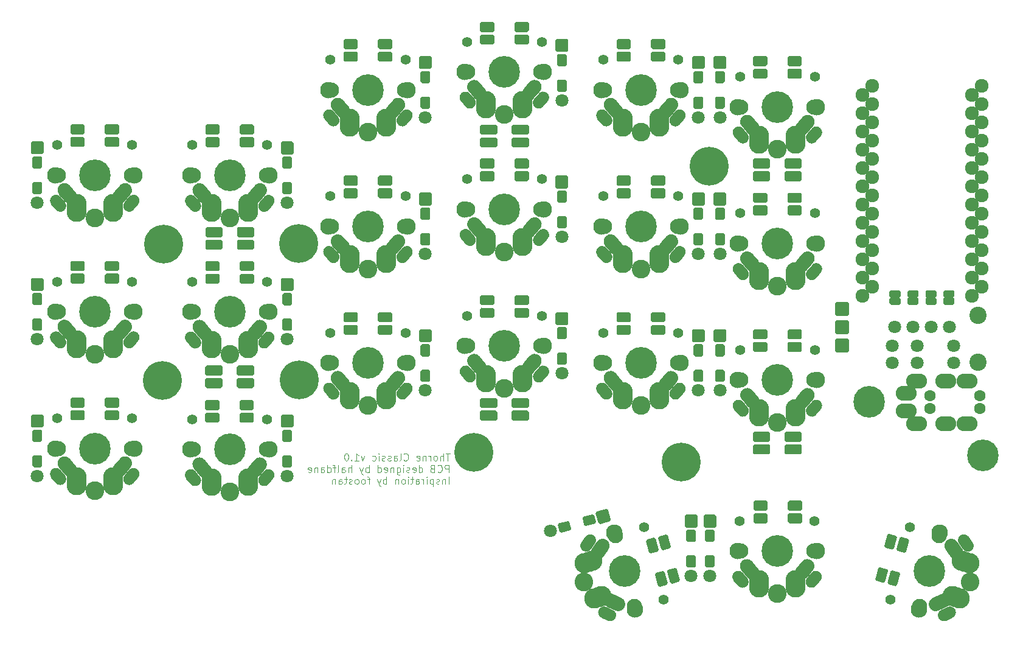
<source format=gbr>
G04 #@! TF.GenerationSoftware,KiCad,Pcbnew,5.1.9*
G04 #@! TF.CreationDate,2021-03-14T11:22:16+01:00*
G04 #@! TF.ProjectId,thorne-classic,74686f72-6e65-42d6-936c-61737369632e,1.1*
G04 #@! TF.SameCoordinates,Original*
G04 #@! TF.FileFunction,Soldermask,Bot*
G04 #@! TF.FilePolarity,Negative*
%FSLAX46Y46*%
G04 Gerber Fmt 4.6, Leading zero omitted, Abs format (unit mm)*
G04 Created by KiCad (PCBNEW 5.1.9) date 2021-03-14 11:22:16*
%MOMM*%
%LPD*%
G01*
G04 APERTURE LIST*
%ADD10C,0.125000*%
%ADD11C,1.924000*%
%ADD12C,1.400000*%
%ADD13C,2.100000*%
%ADD14C,2.800000*%
%ADD15C,2.600000*%
%ADD16C,2.300000*%
%ADD17C,4.400000*%
%ADD18C,1.797000*%
%ADD19C,5.400000*%
%ADD20O,2.900000X2.100000*%
%ADD21C,1.600000*%
%ADD22C,2.400000*%
G04 APERTURE END LIST*
D10*
X118698511Y-122927380D02*
X118127083Y-122927380D01*
X118412797Y-123927380D02*
X118412797Y-122927380D01*
X117793750Y-123927380D02*
X117793750Y-122927380D01*
X117365178Y-123927380D02*
X117365178Y-123403571D01*
X117412797Y-123308333D01*
X117508035Y-123260714D01*
X117650892Y-123260714D01*
X117746130Y-123308333D01*
X117793750Y-123355952D01*
X116746130Y-123927380D02*
X116841369Y-123879761D01*
X116888988Y-123832142D01*
X116936607Y-123736904D01*
X116936607Y-123451190D01*
X116888988Y-123355952D01*
X116841369Y-123308333D01*
X116746130Y-123260714D01*
X116603273Y-123260714D01*
X116508035Y-123308333D01*
X116460416Y-123355952D01*
X116412797Y-123451190D01*
X116412797Y-123736904D01*
X116460416Y-123832142D01*
X116508035Y-123879761D01*
X116603273Y-123927380D01*
X116746130Y-123927380D01*
X115984226Y-123927380D02*
X115984226Y-123260714D01*
X115984226Y-123451190D02*
X115936607Y-123355952D01*
X115888988Y-123308333D01*
X115793750Y-123260714D01*
X115698511Y-123260714D01*
X115365178Y-123260714D02*
X115365178Y-123927380D01*
X115365178Y-123355952D02*
X115317559Y-123308333D01*
X115222321Y-123260714D01*
X115079464Y-123260714D01*
X114984226Y-123308333D01*
X114936607Y-123403571D01*
X114936607Y-123927380D01*
X114079464Y-123879761D02*
X114174702Y-123927380D01*
X114365178Y-123927380D01*
X114460416Y-123879761D01*
X114508035Y-123784523D01*
X114508035Y-123403571D01*
X114460416Y-123308333D01*
X114365178Y-123260714D01*
X114174702Y-123260714D01*
X114079464Y-123308333D01*
X114031845Y-123403571D01*
X114031845Y-123498809D01*
X114508035Y-123594047D01*
X112269940Y-123832142D02*
X112317559Y-123879761D01*
X112460416Y-123927380D01*
X112555654Y-123927380D01*
X112698511Y-123879761D01*
X112793750Y-123784523D01*
X112841369Y-123689285D01*
X112888988Y-123498809D01*
X112888988Y-123355952D01*
X112841369Y-123165476D01*
X112793750Y-123070238D01*
X112698511Y-122975000D01*
X112555654Y-122927380D01*
X112460416Y-122927380D01*
X112317559Y-122975000D01*
X112269940Y-123022619D01*
X111698511Y-123927380D02*
X111793750Y-123879761D01*
X111841369Y-123784523D01*
X111841369Y-122927380D01*
X110888988Y-123927380D02*
X110888988Y-123403571D01*
X110936607Y-123308333D01*
X111031845Y-123260714D01*
X111222321Y-123260714D01*
X111317559Y-123308333D01*
X110888988Y-123879761D02*
X110984226Y-123927380D01*
X111222321Y-123927380D01*
X111317559Y-123879761D01*
X111365178Y-123784523D01*
X111365178Y-123689285D01*
X111317559Y-123594047D01*
X111222321Y-123546428D01*
X110984226Y-123546428D01*
X110888988Y-123498809D01*
X110460416Y-123879761D02*
X110365178Y-123927380D01*
X110174702Y-123927380D01*
X110079464Y-123879761D01*
X110031845Y-123784523D01*
X110031845Y-123736904D01*
X110079464Y-123641666D01*
X110174702Y-123594047D01*
X110317559Y-123594047D01*
X110412797Y-123546428D01*
X110460416Y-123451190D01*
X110460416Y-123403571D01*
X110412797Y-123308333D01*
X110317559Y-123260714D01*
X110174702Y-123260714D01*
X110079464Y-123308333D01*
X109650892Y-123879761D02*
X109555654Y-123927380D01*
X109365178Y-123927380D01*
X109269940Y-123879761D01*
X109222321Y-123784523D01*
X109222321Y-123736904D01*
X109269940Y-123641666D01*
X109365178Y-123594047D01*
X109508035Y-123594047D01*
X109603273Y-123546428D01*
X109650892Y-123451190D01*
X109650892Y-123403571D01*
X109603273Y-123308333D01*
X109508035Y-123260714D01*
X109365178Y-123260714D01*
X109269940Y-123308333D01*
X108793750Y-123927380D02*
X108793750Y-123260714D01*
X108793750Y-122927380D02*
X108841369Y-122975000D01*
X108793750Y-123022619D01*
X108746130Y-122975000D01*
X108793750Y-122927380D01*
X108793750Y-123022619D01*
X107888988Y-123879761D02*
X107984226Y-123927380D01*
X108174702Y-123927380D01*
X108269940Y-123879761D01*
X108317559Y-123832142D01*
X108365178Y-123736904D01*
X108365178Y-123451190D01*
X108317559Y-123355952D01*
X108269940Y-123308333D01*
X108174702Y-123260714D01*
X107984226Y-123260714D01*
X107888988Y-123308333D01*
X106793750Y-123260714D02*
X106555654Y-123927380D01*
X106317559Y-123260714D01*
X105412797Y-123927380D02*
X105984226Y-123927380D01*
X105698511Y-123927380D02*
X105698511Y-122927380D01*
X105793750Y-123070238D01*
X105888988Y-123165476D01*
X105984226Y-123213095D01*
X104984226Y-123832142D02*
X104936607Y-123879761D01*
X104984226Y-123927380D01*
X105031845Y-123879761D01*
X104984226Y-123832142D01*
X104984226Y-123927380D01*
X104317559Y-122927380D02*
X104222321Y-122927380D01*
X104127083Y-122975000D01*
X104079464Y-123022619D01*
X104031845Y-123117857D01*
X103984226Y-123308333D01*
X103984226Y-123546428D01*
X104031845Y-123736904D01*
X104079464Y-123832142D01*
X104127083Y-123879761D01*
X104222321Y-123927380D01*
X104317559Y-123927380D01*
X104412797Y-123879761D01*
X104460416Y-123832142D01*
X104508035Y-123736904D01*
X104555654Y-123546428D01*
X104555654Y-123308333D01*
X104508035Y-123117857D01*
X104460416Y-123022619D01*
X104412797Y-122975000D01*
X104317559Y-122927380D01*
X118555654Y-125552380D02*
X118555654Y-124552380D01*
X118174702Y-124552380D01*
X118079464Y-124600000D01*
X118031845Y-124647619D01*
X117984226Y-124742857D01*
X117984226Y-124885714D01*
X118031845Y-124980952D01*
X118079464Y-125028571D01*
X118174702Y-125076190D01*
X118555654Y-125076190D01*
X116984226Y-125457142D02*
X117031845Y-125504761D01*
X117174702Y-125552380D01*
X117269940Y-125552380D01*
X117412797Y-125504761D01*
X117508035Y-125409523D01*
X117555654Y-125314285D01*
X117603273Y-125123809D01*
X117603273Y-124980952D01*
X117555654Y-124790476D01*
X117508035Y-124695238D01*
X117412797Y-124600000D01*
X117269940Y-124552380D01*
X117174702Y-124552380D01*
X117031845Y-124600000D01*
X116984226Y-124647619D01*
X116222321Y-125028571D02*
X116079464Y-125076190D01*
X116031845Y-125123809D01*
X115984226Y-125219047D01*
X115984226Y-125361904D01*
X116031845Y-125457142D01*
X116079464Y-125504761D01*
X116174702Y-125552380D01*
X116555654Y-125552380D01*
X116555654Y-124552380D01*
X116222321Y-124552380D01*
X116127083Y-124600000D01*
X116079464Y-124647619D01*
X116031845Y-124742857D01*
X116031845Y-124838095D01*
X116079464Y-124933333D01*
X116127083Y-124980952D01*
X116222321Y-125028571D01*
X116555654Y-125028571D01*
X114365178Y-125552380D02*
X114365178Y-124552380D01*
X114365178Y-125504761D02*
X114460416Y-125552380D01*
X114650892Y-125552380D01*
X114746130Y-125504761D01*
X114793750Y-125457142D01*
X114841369Y-125361904D01*
X114841369Y-125076190D01*
X114793750Y-124980952D01*
X114746130Y-124933333D01*
X114650892Y-124885714D01*
X114460416Y-124885714D01*
X114365178Y-124933333D01*
X113508035Y-125504761D02*
X113603273Y-125552380D01*
X113793750Y-125552380D01*
X113888988Y-125504761D01*
X113936607Y-125409523D01*
X113936607Y-125028571D01*
X113888988Y-124933333D01*
X113793750Y-124885714D01*
X113603273Y-124885714D01*
X113508035Y-124933333D01*
X113460416Y-125028571D01*
X113460416Y-125123809D01*
X113936607Y-125219047D01*
X113079464Y-125504761D02*
X112984226Y-125552380D01*
X112793750Y-125552380D01*
X112698511Y-125504761D01*
X112650892Y-125409523D01*
X112650892Y-125361904D01*
X112698511Y-125266666D01*
X112793750Y-125219047D01*
X112936607Y-125219047D01*
X113031845Y-125171428D01*
X113079464Y-125076190D01*
X113079464Y-125028571D01*
X113031845Y-124933333D01*
X112936607Y-124885714D01*
X112793750Y-124885714D01*
X112698511Y-124933333D01*
X112222321Y-125552380D02*
X112222321Y-124885714D01*
X112222321Y-124552380D02*
X112269940Y-124600000D01*
X112222321Y-124647619D01*
X112174702Y-124600000D01*
X112222321Y-124552380D01*
X112222321Y-124647619D01*
X111317559Y-124885714D02*
X111317559Y-125695238D01*
X111365178Y-125790476D01*
X111412797Y-125838095D01*
X111508035Y-125885714D01*
X111650892Y-125885714D01*
X111746130Y-125838095D01*
X111317559Y-125504761D02*
X111412797Y-125552380D01*
X111603273Y-125552380D01*
X111698511Y-125504761D01*
X111746130Y-125457142D01*
X111793750Y-125361904D01*
X111793750Y-125076190D01*
X111746130Y-124980952D01*
X111698511Y-124933333D01*
X111603273Y-124885714D01*
X111412797Y-124885714D01*
X111317559Y-124933333D01*
X110841369Y-124885714D02*
X110841369Y-125552380D01*
X110841369Y-124980952D02*
X110793750Y-124933333D01*
X110698511Y-124885714D01*
X110555654Y-124885714D01*
X110460416Y-124933333D01*
X110412797Y-125028571D01*
X110412797Y-125552380D01*
X109555654Y-125504761D02*
X109650892Y-125552380D01*
X109841369Y-125552380D01*
X109936607Y-125504761D01*
X109984226Y-125409523D01*
X109984226Y-125028571D01*
X109936607Y-124933333D01*
X109841369Y-124885714D01*
X109650892Y-124885714D01*
X109555654Y-124933333D01*
X109508035Y-125028571D01*
X109508035Y-125123809D01*
X109984226Y-125219047D01*
X108650892Y-125552380D02*
X108650892Y-124552380D01*
X108650892Y-125504761D02*
X108746130Y-125552380D01*
X108936607Y-125552380D01*
X109031845Y-125504761D01*
X109079464Y-125457142D01*
X109127083Y-125361904D01*
X109127083Y-125076190D01*
X109079464Y-124980952D01*
X109031845Y-124933333D01*
X108936607Y-124885714D01*
X108746130Y-124885714D01*
X108650892Y-124933333D01*
X107412797Y-125552380D02*
X107412797Y-124552380D01*
X107412797Y-124933333D02*
X107317559Y-124885714D01*
X107127083Y-124885714D01*
X107031845Y-124933333D01*
X106984226Y-124980952D01*
X106936607Y-125076190D01*
X106936607Y-125361904D01*
X106984226Y-125457142D01*
X107031845Y-125504761D01*
X107127083Y-125552380D01*
X107317559Y-125552380D01*
X107412797Y-125504761D01*
X106603273Y-124885714D02*
X106365178Y-125552380D01*
X106127083Y-124885714D02*
X106365178Y-125552380D01*
X106460416Y-125790476D01*
X106508035Y-125838095D01*
X106603273Y-125885714D01*
X104984226Y-125552380D02*
X104984226Y-124552380D01*
X104555654Y-125552380D02*
X104555654Y-125028571D01*
X104603273Y-124933333D01*
X104698511Y-124885714D01*
X104841369Y-124885714D01*
X104936607Y-124933333D01*
X104984226Y-124980952D01*
X103650892Y-125552380D02*
X103650892Y-125028571D01*
X103698511Y-124933333D01*
X103793750Y-124885714D01*
X103984226Y-124885714D01*
X104079464Y-124933333D01*
X103650892Y-125504761D02*
X103746130Y-125552380D01*
X103984226Y-125552380D01*
X104079464Y-125504761D01*
X104127083Y-125409523D01*
X104127083Y-125314285D01*
X104079464Y-125219047D01*
X103984226Y-125171428D01*
X103746130Y-125171428D01*
X103650892Y-125123809D01*
X103031845Y-125552380D02*
X103127083Y-125504761D01*
X103174702Y-125409523D01*
X103174702Y-124552380D01*
X102793750Y-124885714D02*
X102412797Y-124885714D01*
X102650892Y-125552380D02*
X102650892Y-124695238D01*
X102603273Y-124600000D01*
X102508035Y-124552380D01*
X102412797Y-124552380D01*
X101650892Y-125552380D02*
X101650892Y-124552380D01*
X101650892Y-125504761D02*
X101746130Y-125552380D01*
X101936607Y-125552380D01*
X102031845Y-125504761D01*
X102079464Y-125457142D01*
X102127083Y-125361904D01*
X102127083Y-125076190D01*
X102079464Y-124980952D01*
X102031845Y-124933333D01*
X101936607Y-124885714D01*
X101746130Y-124885714D01*
X101650892Y-124933333D01*
X100746130Y-125552380D02*
X100746130Y-125028571D01*
X100793750Y-124933333D01*
X100888988Y-124885714D01*
X101079464Y-124885714D01*
X101174702Y-124933333D01*
X100746130Y-125504761D02*
X100841369Y-125552380D01*
X101079464Y-125552380D01*
X101174702Y-125504761D01*
X101222321Y-125409523D01*
X101222321Y-125314285D01*
X101174702Y-125219047D01*
X101079464Y-125171428D01*
X100841369Y-125171428D01*
X100746130Y-125123809D01*
X100269940Y-124885714D02*
X100269940Y-125552380D01*
X100269940Y-124980952D02*
X100222321Y-124933333D01*
X100127083Y-124885714D01*
X99984226Y-124885714D01*
X99888988Y-124933333D01*
X99841369Y-125028571D01*
X99841369Y-125552380D01*
X98984226Y-125504761D02*
X99079464Y-125552380D01*
X99269940Y-125552380D01*
X99365178Y-125504761D01*
X99412797Y-125409523D01*
X99412797Y-125028571D01*
X99365178Y-124933333D01*
X99269940Y-124885714D01*
X99079464Y-124885714D01*
X98984226Y-124933333D01*
X98936607Y-125028571D01*
X98936607Y-125123809D01*
X99412797Y-125219047D01*
X118555654Y-127177380D02*
X118555654Y-126177380D01*
X118079464Y-126510714D02*
X118079464Y-127177380D01*
X118079464Y-126605952D02*
X118031845Y-126558333D01*
X117936607Y-126510714D01*
X117793750Y-126510714D01*
X117698511Y-126558333D01*
X117650892Y-126653571D01*
X117650892Y-127177380D01*
X117222321Y-127129761D02*
X117127083Y-127177380D01*
X116936607Y-127177380D01*
X116841369Y-127129761D01*
X116793750Y-127034523D01*
X116793750Y-126986904D01*
X116841369Y-126891666D01*
X116936607Y-126844047D01*
X117079464Y-126844047D01*
X117174702Y-126796428D01*
X117222321Y-126701190D01*
X117222321Y-126653571D01*
X117174702Y-126558333D01*
X117079464Y-126510714D01*
X116936607Y-126510714D01*
X116841369Y-126558333D01*
X116365178Y-126510714D02*
X116365178Y-127510714D01*
X116365178Y-126558333D02*
X116269940Y-126510714D01*
X116079464Y-126510714D01*
X115984226Y-126558333D01*
X115936607Y-126605952D01*
X115888988Y-126701190D01*
X115888988Y-126986904D01*
X115936607Y-127082142D01*
X115984226Y-127129761D01*
X116079464Y-127177380D01*
X116269940Y-127177380D01*
X116365178Y-127129761D01*
X115460416Y-127177380D02*
X115460416Y-126510714D01*
X115460416Y-126177380D02*
X115508035Y-126225000D01*
X115460416Y-126272619D01*
X115412797Y-126225000D01*
X115460416Y-126177380D01*
X115460416Y-126272619D01*
X114984226Y-127177380D02*
X114984226Y-126510714D01*
X114984226Y-126701190D02*
X114936607Y-126605952D01*
X114888988Y-126558333D01*
X114793750Y-126510714D01*
X114698511Y-126510714D01*
X113936607Y-127177380D02*
X113936607Y-126653571D01*
X113984226Y-126558333D01*
X114079464Y-126510714D01*
X114269940Y-126510714D01*
X114365178Y-126558333D01*
X113936607Y-127129761D02*
X114031845Y-127177380D01*
X114269940Y-127177380D01*
X114365178Y-127129761D01*
X114412797Y-127034523D01*
X114412797Y-126939285D01*
X114365178Y-126844047D01*
X114269940Y-126796428D01*
X114031845Y-126796428D01*
X113936607Y-126748809D01*
X113603273Y-126510714D02*
X113222321Y-126510714D01*
X113460416Y-126177380D02*
X113460416Y-127034523D01*
X113412797Y-127129761D01*
X113317559Y-127177380D01*
X113222321Y-127177380D01*
X112888988Y-127177380D02*
X112888988Y-126510714D01*
X112888988Y-126177380D02*
X112936607Y-126225000D01*
X112888988Y-126272619D01*
X112841369Y-126225000D01*
X112888988Y-126177380D01*
X112888988Y-126272619D01*
X112269940Y-127177380D02*
X112365178Y-127129761D01*
X112412797Y-127082142D01*
X112460416Y-126986904D01*
X112460416Y-126701190D01*
X112412797Y-126605952D01*
X112365178Y-126558333D01*
X112269940Y-126510714D01*
X112127083Y-126510714D01*
X112031845Y-126558333D01*
X111984226Y-126605952D01*
X111936607Y-126701190D01*
X111936607Y-126986904D01*
X111984226Y-127082142D01*
X112031845Y-127129761D01*
X112127083Y-127177380D01*
X112269940Y-127177380D01*
X111508035Y-126510714D02*
X111508035Y-127177380D01*
X111508035Y-126605952D02*
X111460416Y-126558333D01*
X111365178Y-126510714D01*
X111222321Y-126510714D01*
X111127083Y-126558333D01*
X111079464Y-126653571D01*
X111079464Y-127177380D01*
X109841369Y-127177380D02*
X109841369Y-126177380D01*
X109841369Y-126558333D02*
X109746130Y-126510714D01*
X109555654Y-126510714D01*
X109460416Y-126558333D01*
X109412797Y-126605952D01*
X109365178Y-126701190D01*
X109365178Y-126986904D01*
X109412797Y-127082142D01*
X109460416Y-127129761D01*
X109555654Y-127177380D01*
X109746130Y-127177380D01*
X109841369Y-127129761D01*
X109031845Y-126510714D02*
X108793750Y-127177380D01*
X108555654Y-126510714D02*
X108793750Y-127177380D01*
X108888988Y-127415476D01*
X108936607Y-127463095D01*
X109031845Y-127510714D01*
X107555654Y-126510714D02*
X107174702Y-126510714D01*
X107412797Y-127177380D02*
X107412797Y-126320238D01*
X107365178Y-126225000D01*
X107269940Y-126177380D01*
X107174702Y-126177380D01*
X106698511Y-127177380D02*
X106793750Y-127129761D01*
X106841369Y-127082142D01*
X106888988Y-126986904D01*
X106888988Y-126701190D01*
X106841369Y-126605952D01*
X106793750Y-126558333D01*
X106698511Y-126510714D01*
X106555654Y-126510714D01*
X106460416Y-126558333D01*
X106412797Y-126605952D01*
X106365178Y-126701190D01*
X106365178Y-126986904D01*
X106412797Y-127082142D01*
X106460416Y-127129761D01*
X106555654Y-127177380D01*
X106698511Y-127177380D01*
X105793750Y-127177380D02*
X105888988Y-127129761D01*
X105936607Y-127082142D01*
X105984226Y-126986904D01*
X105984226Y-126701190D01*
X105936607Y-126605952D01*
X105888988Y-126558333D01*
X105793750Y-126510714D01*
X105650892Y-126510714D01*
X105555654Y-126558333D01*
X105508035Y-126605952D01*
X105460416Y-126701190D01*
X105460416Y-126986904D01*
X105508035Y-127082142D01*
X105555654Y-127129761D01*
X105650892Y-127177380D01*
X105793750Y-127177380D01*
X105079464Y-127129761D02*
X104984226Y-127177380D01*
X104793750Y-127177380D01*
X104698511Y-127129761D01*
X104650892Y-127034523D01*
X104650892Y-126986904D01*
X104698511Y-126891666D01*
X104793750Y-126844047D01*
X104936607Y-126844047D01*
X105031845Y-126796428D01*
X105079464Y-126701190D01*
X105079464Y-126653571D01*
X105031845Y-126558333D01*
X104936607Y-126510714D01*
X104793750Y-126510714D01*
X104698511Y-126558333D01*
X104365178Y-126510714D02*
X103984226Y-126510714D01*
X104222321Y-126177380D02*
X104222321Y-127034523D01*
X104174702Y-127129761D01*
X104079464Y-127177380D01*
X103984226Y-127177380D01*
X103222321Y-127177380D02*
X103222321Y-126653571D01*
X103269940Y-126558333D01*
X103365178Y-126510714D01*
X103555654Y-126510714D01*
X103650892Y-126558333D01*
X103222321Y-127129761D02*
X103317559Y-127177380D01*
X103555654Y-127177380D01*
X103650892Y-127129761D01*
X103698511Y-127034523D01*
X103698511Y-126939285D01*
X103650892Y-126844047D01*
X103555654Y-126796428D01*
X103317559Y-126796428D01*
X103222321Y-126748809D01*
X102746130Y-126510714D02*
X102746130Y-127177380D01*
X102746130Y-126605952D02*
X102698511Y-126558333D01*
X102603273Y-126510714D01*
X102460416Y-126510714D01*
X102365178Y-126558333D01*
X102317559Y-126653571D01*
X102317559Y-127177380D01*
D11*
X191380000Y-73042000D03*
X191380000Y-75582000D03*
X191380000Y-78122000D03*
X191380000Y-80662000D03*
X191380000Y-83202000D03*
X191380000Y-85742000D03*
X191380000Y-88282000D03*
X191380000Y-90822000D03*
X191380000Y-93362000D03*
X191380000Y-95902000D03*
X191380000Y-98442000D03*
X191380000Y-100982000D03*
X176140000Y-100982000D03*
X176140000Y-98442000D03*
X176140000Y-95902000D03*
X176140000Y-93362000D03*
X176140000Y-90822000D03*
X176140000Y-88282000D03*
X176140000Y-85742000D03*
X176140000Y-83202000D03*
X176140000Y-80662000D03*
X176140000Y-78122000D03*
X176140000Y-75582000D03*
X176140000Y-73042000D03*
X192686400Y-71772000D03*
X192686400Y-74312000D03*
X192686400Y-76852000D03*
X192686400Y-79392000D03*
X192686400Y-81932000D03*
X192686400Y-84472000D03*
X192686400Y-87012000D03*
X192686400Y-89552000D03*
X192686400Y-92092000D03*
X192686400Y-94632000D03*
X192686400Y-97172000D03*
X192686400Y-99712000D03*
X177466400Y-99712000D03*
X177466400Y-97172000D03*
X177466400Y-94632000D03*
X177466400Y-92092000D03*
X177466400Y-89552000D03*
X177466400Y-87012000D03*
X177466400Y-84472000D03*
X177466400Y-81932000D03*
X177466400Y-79392000D03*
X177466400Y-76852000D03*
X177466400Y-74312000D03*
X177466400Y-71772000D03*
D12*
X148436846Y-143261063D03*
X145734775Y-133176797D03*
D13*
X144343723Y-144212873D03*
X141714121Y-134399067D03*
D14*
X139339657Y-142924107D03*
X139822619Y-142794699D03*
X138507817Y-137887795D03*
X138024855Y-138017203D03*
G36*
G01*
X138671647Y-137593836D02*
X138671647Y-137593836D01*
G75*
G02*
X138432211Y-136235926I559237J798673D01*
G01*
X139149181Y-135211986D01*
G75*
G02*
X140507091Y-134972550I798673J-559237D01*
G01*
X140507091Y-134972550D01*
G75*
G02*
X140746527Y-136330460I-559237J-798673D01*
G01*
X140029557Y-137354400D01*
G75*
G02*
X138671647Y-137593836I-798673J559237D01*
G01*
G37*
X138779419Y-143074222D03*
G36*
G01*
X143011663Y-144319737D02*
X143011663Y-144319737D01*
G75*
G02*
X141715960Y-144791334I-883650J412053D01*
G01*
X140583076Y-144263062D01*
G75*
G02*
X140111479Y-142967359I412053J883650D01*
G01*
X140111479Y-142967359D01*
G75*
G02*
X141407182Y-142495762I883650J-412053D01*
G01*
X142540066Y-143024034D01*
G75*
G02*
X143011663Y-144319737I-412053J-883650D01*
G01*
G37*
X137464618Y-138167319D03*
D15*
X137329960Y-140833002D03*
G36*
G01*
X141759988Y-145790990D02*
X141759988Y-145790990D01*
G75*
G02*
X140663624Y-146190034I-747704J348660D01*
G01*
X139802632Y-145788546D01*
G75*
G02*
X139403588Y-144692182I348660J747704D01*
G01*
X139403588Y-144692182D01*
G75*
G02*
X140499952Y-144293138I747704J-348660D01*
G01*
X141360944Y-144694626D01*
G75*
G02*
X141759988Y-145790990I-348660J-747704D01*
G01*
G37*
D16*
X141605417Y-133993378D03*
X144452427Y-144618562D03*
D17*
X143028922Y-139305970D03*
G36*
G01*
X137196184Y-136454040D02*
X137196184Y-136454040D01*
G75*
G02*
X136993585Y-135305039I473201J675800D01*
G01*
X137538483Y-134526845D01*
G75*
G02*
X138687484Y-134324246I675800J-473201D01*
G01*
X138687484Y-134324246D01*
G75*
G02*
X138890083Y-135473247I-473201J-675800D01*
G01*
X138345185Y-136251441D01*
G75*
G02*
X137196184Y-136454040I-675800J473201D01*
G01*
G37*
D18*
X134280000Y-92810000D03*
G36*
G01*
X133581500Y-84291500D02*
X134978500Y-84291500D01*
G75*
G02*
X135178500Y-84491500I0J-200000D01*
G01*
X135178500Y-85888500D01*
G75*
G02*
X134978500Y-86088500I-200000J0D01*
G01*
X133581500Y-86088500D01*
G75*
G02*
X133381500Y-85888500I0J200000D01*
G01*
X133381500Y-84491500D01*
G75*
G02*
X133581500Y-84291500I200000J0D01*
G01*
G37*
G36*
G01*
X133805000Y-86375000D02*
X134755000Y-86375000D01*
G75*
G02*
X134955000Y-86575000I0J-200000D01*
G01*
X134955000Y-87875000D01*
G75*
G02*
X134755000Y-88075000I-200000J0D01*
G01*
X133805000Y-88075000D01*
G75*
G02*
X133605000Y-87875000I0J200000D01*
G01*
X133605000Y-86575000D01*
G75*
G02*
X133805000Y-86375000I200000J0D01*
G01*
G37*
G36*
G01*
X133805000Y-89925000D02*
X134755000Y-89925000D01*
G75*
G02*
X134955000Y-90125000I0J-200000D01*
G01*
X134955000Y-91425000D01*
G75*
G02*
X134755000Y-91625000I-200000J0D01*
G01*
X133805000Y-91625000D01*
G75*
G02*
X133605000Y-91425000I0J200000D01*
G01*
X133605000Y-90125000D01*
G75*
G02*
X133805000Y-89925000I200000J0D01*
G01*
G37*
D19*
X122030000Y-122750000D03*
D12*
X150500000Y-68175000D03*
X140060000Y-68175000D03*
D13*
X150360000Y-72375000D03*
X140200000Y-72375000D03*
D14*
X147820000Y-76875000D03*
X147820000Y-76375000D03*
X142740000Y-76375000D03*
X142740000Y-76875000D03*
G36*
G01*
X142498460Y-76140671D02*
X142498460Y-76140671D01*
G75*
G02*
X141124849Y-76020496I-626718J746893D01*
G01*
X140321365Y-75062940D01*
G75*
G02*
X140441540Y-73689329I746893J626718D01*
G01*
X140441540Y-73689329D01*
G75*
G02*
X141815151Y-73809504I626718J-746893D01*
G01*
X142618635Y-74767060D01*
G75*
G02*
X142498460Y-76140671I-746893J-626718D01*
G01*
G37*
X147820000Y-77455000D03*
G36*
G01*
X150118460Y-73689329D02*
X150118460Y-73689329D01*
G75*
G02*
X150238635Y-75062940I-626718J-746893D01*
G01*
X149435151Y-76020496D01*
G75*
G02*
X148061540Y-76140671I-746893J626718D01*
G01*
X148061540Y-76140671D01*
G75*
G02*
X147941365Y-74767060I626718J746893D01*
G01*
X148744849Y-73809504D01*
G75*
G02*
X150118460Y-73689329I746893J-626718D01*
G01*
G37*
X142740000Y-77455000D03*
D15*
X145280000Y-78275000D03*
G36*
G01*
X151215624Y-75279142D02*
X151215624Y-75279142D01*
G75*
G02*
X151317311Y-76441429I-530300J-631987D01*
G01*
X150706663Y-77169171D01*
G75*
G02*
X149544376Y-77270858I-631987J530300D01*
G01*
X149544376Y-77270858D01*
G75*
G02*
X149442689Y-76108571I530300J631987D01*
G01*
X150053337Y-75380829D01*
G75*
G02*
X151215624Y-75279142I631987J-530300D01*
G01*
G37*
D16*
X139780000Y-72375000D03*
X150780000Y-72375000D03*
D17*
X145280000Y-72375000D03*
G36*
G01*
X141015624Y-77270858D02*
X141015624Y-77270858D01*
G75*
G02*
X139853337Y-77169171I-530300J631987D01*
G01*
X139242689Y-76441429D01*
G75*
G02*
X139344376Y-75279142I631987J530300D01*
G01*
X139344376Y-75279142D01*
G75*
G02*
X140506663Y-75380829I530300J-631987D01*
G01*
X141117311Y-76108571D01*
G75*
G02*
X141015624Y-77270858I-631987J-530300D01*
G01*
G37*
D12*
X93260000Y-80065000D03*
X82820000Y-80065000D03*
D13*
X93120000Y-84265000D03*
X82960000Y-84265000D03*
D14*
X90580000Y-88765000D03*
X90580000Y-88265000D03*
X85500000Y-88265000D03*
X85500000Y-88765000D03*
G36*
G01*
X85258460Y-88030671D02*
X85258460Y-88030671D01*
G75*
G02*
X83884849Y-87910496I-626718J746893D01*
G01*
X83081365Y-86952940D01*
G75*
G02*
X83201540Y-85579329I746893J626718D01*
G01*
X83201540Y-85579329D01*
G75*
G02*
X84575151Y-85699504I626718J-746893D01*
G01*
X85378635Y-86657060D01*
G75*
G02*
X85258460Y-88030671I-746893J-626718D01*
G01*
G37*
X90580000Y-89345000D03*
G36*
G01*
X92878460Y-85579329D02*
X92878460Y-85579329D01*
G75*
G02*
X92998635Y-86952940I-626718J-746893D01*
G01*
X92195151Y-87910496D01*
G75*
G02*
X90821540Y-88030671I-746893J626718D01*
G01*
X90821540Y-88030671D01*
G75*
G02*
X90701365Y-86657060I626718J746893D01*
G01*
X91504849Y-85699504D01*
G75*
G02*
X92878460Y-85579329I746893J-626718D01*
G01*
G37*
X85500000Y-89345000D03*
D15*
X88040000Y-90165000D03*
G36*
G01*
X93975624Y-87169142D02*
X93975624Y-87169142D01*
G75*
G02*
X94077311Y-88331429I-530300J-631987D01*
G01*
X93466663Y-89059171D01*
G75*
G02*
X92304376Y-89160858I-631987J530300D01*
G01*
X92304376Y-89160858D01*
G75*
G02*
X92202689Y-87998571I530300J631987D01*
G01*
X92813337Y-87270829D01*
G75*
G02*
X93975624Y-87169142I631987J-530300D01*
G01*
G37*
D16*
X82540000Y-84265000D03*
X93540000Y-84265000D03*
D17*
X88040000Y-84265000D03*
G36*
G01*
X83775624Y-89160858D02*
X83775624Y-89160858D01*
G75*
G02*
X82613337Y-89059171I-530300J631987D01*
G01*
X82002689Y-88331429D01*
G75*
G02*
X82104376Y-87169142I631987J530300D01*
G01*
X82104376Y-87169142D01*
G75*
G02*
X83266663Y-87270829I530300J-631987D01*
G01*
X83877311Y-87998571D01*
G75*
G02*
X83775624Y-89160858I-631987J-530300D01*
G01*
G37*
G36*
G01*
X87030000Y-112655000D02*
X87030000Y-113655000D01*
G75*
G02*
X86830000Y-113855000I-200000J0D01*
G01*
X84830000Y-113855000D01*
G75*
G02*
X84630000Y-113655000I0J200000D01*
G01*
X84630000Y-112655000D01*
G75*
G02*
X84830000Y-112455000I200000J0D01*
G01*
X86830000Y-112455000D01*
G75*
G02*
X87030000Y-112655000I0J-200000D01*
G01*
G37*
G36*
G01*
X87030000Y-110905000D02*
X87030000Y-111905000D01*
G75*
G02*
X86830000Y-112105000I-200000J0D01*
G01*
X84830000Y-112105000D01*
G75*
G02*
X84630000Y-111905000I0J200000D01*
G01*
X84630000Y-110905000D01*
G75*
G02*
X84830000Y-110705000I200000J0D01*
G01*
X86830000Y-110705000D01*
G75*
G02*
X87030000Y-110905000I0J-200000D01*
G01*
G37*
G36*
G01*
X91430000Y-110905000D02*
X91430000Y-111905000D01*
G75*
G02*
X91230000Y-112105000I-200000J0D01*
G01*
X89230000Y-112105000D01*
G75*
G02*
X89030000Y-111905000I0J200000D01*
G01*
X89030000Y-110905000D01*
G75*
G02*
X89230000Y-110705000I200000J0D01*
G01*
X91230000Y-110705000D01*
G75*
G02*
X91430000Y-110905000I0J-200000D01*
G01*
G37*
G36*
G01*
X91430000Y-112655000D02*
X91430000Y-113655000D01*
G75*
G02*
X91230000Y-113855000I-200000J0D01*
G01*
X89230000Y-113855000D01*
G75*
G02*
X89030000Y-113655000I0J200000D01*
G01*
X89030000Y-112655000D01*
G75*
G02*
X89230000Y-112455000I200000J0D01*
G01*
X91230000Y-112455000D01*
G75*
G02*
X91430000Y-112655000I0J-200000D01*
G01*
G37*
D18*
X154880000Y-139980000D03*
G36*
G01*
X154181500Y-131461500D02*
X155578500Y-131461500D01*
G75*
G02*
X155778500Y-131661500I0J-200000D01*
G01*
X155778500Y-133058500D01*
G75*
G02*
X155578500Y-133258500I-200000J0D01*
G01*
X154181500Y-133258500D01*
G75*
G02*
X153981500Y-133058500I0J200000D01*
G01*
X153981500Y-131661500D01*
G75*
G02*
X154181500Y-131461500I200000J0D01*
G01*
G37*
G36*
G01*
X154405000Y-133545000D02*
X155355000Y-133545000D01*
G75*
G02*
X155555000Y-133745000I0J-200000D01*
G01*
X155555000Y-135045000D01*
G75*
G02*
X155355000Y-135245000I-200000J0D01*
G01*
X154405000Y-135245000D01*
G75*
G02*
X154205000Y-135045000I0J200000D01*
G01*
X154205000Y-133745000D01*
G75*
G02*
X154405000Y-133545000I200000J0D01*
G01*
G37*
G36*
G01*
X154405000Y-137095000D02*
X155355000Y-137095000D01*
G75*
G02*
X155555000Y-137295000I0J-200000D01*
G01*
X155555000Y-138595000D01*
G75*
G02*
X155355000Y-138795000I-200000J0D01*
G01*
X154405000Y-138795000D01*
G75*
G02*
X154205000Y-138595000I0J200000D01*
G01*
X154205000Y-137295000D01*
G75*
G02*
X154405000Y-137095000I200000J0D01*
G01*
G37*
G36*
G01*
X160932180Y-132455386D02*
X160932180Y-131455386D01*
G75*
G02*
X161132180Y-131255386I200000J0D01*
G01*
X162732180Y-131255386D01*
G75*
G02*
X162932180Y-131455386I0J-200000D01*
G01*
X162932180Y-132455386D01*
G75*
G02*
X162732180Y-132655386I-200000J0D01*
G01*
X161132180Y-132655386D01*
G75*
G02*
X160932180Y-132455386I0J200000D01*
G01*
G37*
G36*
G01*
X160932180Y-130705386D02*
X160932180Y-129705386D01*
G75*
G02*
X161132180Y-129505386I200000J0D01*
G01*
X162732180Y-129505386D01*
G75*
G02*
X162932180Y-129705386I0J-200000D01*
G01*
X162932180Y-130705386D01*
G75*
G02*
X162732180Y-130905386I-200000J0D01*
G01*
X161132180Y-130905386D01*
G75*
G02*
X160932180Y-130705386I0J200000D01*
G01*
G37*
G36*
G01*
X165732180Y-130705386D02*
X165732180Y-129705386D01*
G75*
G02*
X165932180Y-129505386I200000J0D01*
G01*
X167532180Y-129505386D01*
G75*
G02*
X167732180Y-129705386I0J-200000D01*
G01*
X167732180Y-130705386D01*
G75*
G02*
X167532180Y-130905386I-200000J0D01*
G01*
X165932180Y-130905386D01*
G75*
G02*
X165732180Y-130705386I0J200000D01*
G01*
G37*
G36*
G01*
X165732180Y-132455386D02*
X165732180Y-131455386D01*
G75*
G02*
X165932180Y-131255386I200000J0D01*
G01*
X167532180Y-131255386D01*
G75*
G02*
X167732180Y-131455386I0J-200000D01*
G01*
X167732180Y-132455386D01*
G75*
G02*
X167532180Y-132655386I-200000J0D01*
G01*
X165932180Y-132655386D01*
G75*
G02*
X165732180Y-132455386I0J200000D01*
G01*
G37*
D19*
X78660000Y-112790000D03*
G36*
G01*
X84610000Y-118465000D02*
X84610000Y-117465000D01*
G75*
G02*
X84810000Y-117265000I200000J0D01*
G01*
X86410000Y-117265000D01*
G75*
G02*
X86610000Y-117465000I0J-200000D01*
G01*
X86610000Y-118465000D01*
G75*
G02*
X86410000Y-118665000I-200000J0D01*
G01*
X84810000Y-118665000D01*
G75*
G02*
X84610000Y-118465000I0J200000D01*
G01*
G37*
G36*
G01*
X84610000Y-116715000D02*
X84610000Y-115715000D01*
G75*
G02*
X84810000Y-115515000I200000J0D01*
G01*
X86410000Y-115515000D01*
G75*
G02*
X86610000Y-115715000I0J-200000D01*
G01*
X86610000Y-116715000D01*
G75*
G02*
X86410000Y-116915000I-200000J0D01*
G01*
X84810000Y-116915000D01*
G75*
G02*
X84610000Y-116715000I0J200000D01*
G01*
G37*
G36*
G01*
X89410000Y-116715000D02*
X89410000Y-115715000D01*
G75*
G02*
X89610000Y-115515000I200000J0D01*
G01*
X91210000Y-115515000D01*
G75*
G02*
X91410000Y-115715000I0J-200000D01*
G01*
X91410000Y-116715000D01*
G75*
G02*
X91210000Y-116915000I-200000J0D01*
G01*
X89610000Y-116915000D01*
G75*
G02*
X89410000Y-116715000I0J200000D01*
G01*
G37*
G36*
G01*
X89410000Y-118465000D02*
X89410000Y-117465000D01*
G75*
G02*
X89610000Y-117265000I200000J0D01*
G01*
X91210000Y-117265000D01*
G75*
G02*
X91410000Y-117465000I0J-200000D01*
G01*
X91410000Y-118465000D01*
G75*
G02*
X91210000Y-118665000I-200000J0D01*
G01*
X89610000Y-118665000D01*
G75*
G02*
X89410000Y-118465000I0J200000D01*
G01*
G37*
G36*
G01*
X127280000Y-78425000D02*
X127280000Y-77425000D01*
G75*
G02*
X127480000Y-77225000I200000J0D01*
G01*
X129480000Y-77225000D01*
G75*
G02*
X129680000Y-77425000I0J-200000D01*
G01*
X129680000Y-78425000D01*
G75*
G02*
X129480000Y-78625000I-200000J0D01*
G01*
X127480000Y-78625000D01*
G75*
G02*
X127280000Y-78425000I0J200000D01*
G01*
G37*
G36*
G01*
X127280000Y-80175000D02*
X127280000Y-79175000D01*
G75*
G02*
X127480000Y-78975000I200000J0D01*
G01*
X129480000Y-78975000D01*
G75*
G02*
X129680000Y-79175000I0J-200000D01*
G01*
X129680000Y-80175000D01*
G75*
G02*
X129480000Y-80375000I-200000J0D01*
G01*
X127480000Y-80375000D01*
G75*
G02*
X127280000Y-80175000I0J200000D01*
G01*
G37*
G36*
G01*
X122880000Y-80175000D02*
X122880000Y-79175000D01*
G75*
G02*
X123080000Y-78975000I200000J0D01*
G01*
X125080000Y-78975000D01*
G75*
G02*
X125280000Y-79175000I0J-200000D01*
G01*
X125280000Y-80175000D01*
G75*
G02*
X125080000Y-80375000I-200000J0D01*
G01*
X123080000Y-80375000D01*
G75*
G02*
X122880000Y-80175000I0J200000D01*
G01*
G37*
G36*
G01*
X122880000Y-78425000D02*
X122880000Y-77425000D01*
G75*
G02*
X123080000Y-77225000I200000J0D01*
G01*
X125080000Y-77225000D01*
G75*
G02*
X125280000Y-77425000I0J-200000D01*
G01*
X125280000Y-78425000D01*
G75*
G02*
X125080000Y-78625000I-200000J0D01*
G01*
X123080000Y-78625000D01*
G75*
G02*
X122880000Y-78425000I0J200000D01*
G01*
G37*
D18*
X96040000Y-88075000D03*
G36*
G01*
X95341500Y-79556500D02*
X96738500Y-79556500D01*
G75*
G02*
X96938500Y-79756500I0J-200000D01*
G01*
X96938500Y-81153500D01*
G75*
G02*
X96738500Y-81353500I-200000J0D01*
G01*
X95341500Y-81353500D01*
G75*
G02*
X95141500Y-81153500I0J200000D01*
G01*
X95141500Y-79756500D01*
G75*
G02*
X95341500Y-79556500I200000J0D01*
G01*
G37*
G36*
G01*
X95565000Y-81640000D02*
X96515000Y-81640000D01*
G75*
G02*
X96715000Y-81840000I0J-200000D01*
G01*
X96715000Y-83140000D01*
G75*
G02*
X96515000Y-83340000I-200000J0D01*
G01*
X95565000Y-83340000D01*
G75*
G02*
X95365000Y-83140000I0J200000D01*
G01*
X95365000Y-81840000D01*
G75*
G02*
X95565000Y-81640000I200000J0D01*
G01*
G37*
G36*
G01*
X95565000Y-85190000D02*
X96515000Y-85190000D01*
G75*
G02*
X96715000Y-85390000I0J-200000D01*
G01*
X96715000Y-86690000D01*
G75*
G02*
X96515000Y-86890000I-200000J0D01*
G01*
X95565000Y-86890000D01*
G75*
G02*
X95365000Y-86690000I0J200000D01*
G01*
X95365000Y-85390000D01*
G75*
G02*
X95565000Y-85190000I200000J0D01*
G01*
G37*
G36*
G01*
X103880000Y-87250000D02*
X103880000Y-86250000D01*
G75*
G02*
X104080000Y-86050000I200000J0D01*
G01*
X105680000Y-86050000D01*
G75*
G02*
X105880000Y-86250000I0J-200000D01*
G01*
X105880000Y-87250000D01*
G75*
G02*
X105680000Y-87450000I-200000J0D01*
G01*
X104080000Y-87450000D01*
G75*
G02*
X103880000Y-87250000I0J200000D01*
G01*
G37*
G36*
G01*
X103880000Y-85500000D02*
X103880000Y-84500000D01*
G75*
G02*
X104080000Y-84300000I200000J0D01*
G01*
X105680000Y-84300000D01*
G75*
G02*
X105880000Y-84500000I0J-200000D01*
G01*
X105880000Y-85500000D01*
G75*
G02*
X105680000Y-85700000I-200000J0D01*
G01*
X104080000Y-85700000D01*
G75*
G02*
X103880000Y-85500000I0J200000D01*
G01*
G37*
G36*
G01*
X108680000Y-85500000D02*
X108680000Y-84500000D01*
G75*
G02*
X108880000Y-84300000I200000J0D01*
G01*
X110480000Y-84300000D01*
G75*
G02*
X110680000Y-84500000I0J-200000D01*
G01*
X110680000Y-85500000D01*
G75*
G02*
X110480000Y-85700000I-200000J0D01*
G01*
X108880000Y-85700000D01*
G75*
G02*
X108680000Y-85500000I0J200000D01*
G01*
G37*
G36*
G01*
X108680000Y-87250000D02*
X108680000Y-86250000D01*
G75*
G02*
X108880000Y-86050000I200000J0D01*
G01*
X110480000Y-86050000D01*
G75*
G02*
X110680000Y-86250000I0J-200000D01*
G01*
X110680000Y-87250000D01*
G75*
G02*
X110480000Y-87450000I-200000J0D01*
G01*
X108880000Y-87450000D01*
G75*
G02*
X108680000Y-87250000I0J200000D01*
G01*
G37*
X115280000Y-95185000D03*
G36*
G01*
X114581500Y-86666500D02*
X115978500Y-86666500D01*
G75*
G02*
X116178500Y-86866500I0J-200000D01*
G01*
X116178500Y-88263500D01*
G75*
G02*
X115978500Y-88463500I-200000J0D01*
G01*
X114581500Y-88463500D01*
G75*
G02*
X114381500Y-88263500I0J200000D01*
G01*
X114381500Y-86866500D01*
G75*
G02*
X114581500Y-86666500I200000J0D01*
G01*
G37*
G36*
G01*
X114805000Y-88750000D02*
X115755000Y-88750000D01*
G75*
G02*
X115955000Y-88950000I0J-200000D01*
G01*
X115955000Y-90250000D01*
G75*
G02*
X115755000Y-90450000I-200000J0D01*
G01*
X114805000Y-90450000D01*
G75*
G02*
X114605000Y-90250000I0J200000D01*
G01*
X114605000Y-88950000D01*
G75*
G02*
X114805000Y-88750000I200000J0D01*
G01*
G37*
G36*
G01*
X114805000Y-92300000D02*
X115755000Y-92300000D01*
G75*
G02*
X115955000Y-92500000I0J-200000D01*
G01*
X115955000Y-93800000D01*
G75*
G02*
X115755000Y-94000000I-200000J0D01*
G01*
X114805000Y-94000000D01*
G75*
G02*
X114605000Y-93800000I0J200000D01*
G01*
X114605000Y-92500000D01*
G75*
G02*
X114805000Y-92300000I200000J0D01*
G01*
G37*
G36*
G01*
X122880000Y-65875000D02*
X122880000Y-64875000D01*
G75*
G02*
X123080000Y-64675000I200000J0D01*
G01*
X124680000Y-64675000D01*
G75*
G02*
X124880000Y-64875000I0J-200000D01*
G01*
X124880000Y-65875000D01*
G75*
G02*
X124680000Y-66075000I-200000J0D01*
G01*
X123080000Y-66075000D01*
G75*
G02*
X122880000Y-65875000I0J200000D01*
G01*
G37*
G36*
G01*
X122880000Y-64125000D02*
X122880000Y-63125000D01*
G75*
G02*
X123080000Y-62925000I200000J0D01*
G01*
X124680000Y-62925000D01*
G75*
G02*
X124880000Y-63125000I0J-200000D01*
G01*
X124880000Y-64125000D01*
G75*
G02*
X124680000Y-64325000I-200000J0D01*
G01*
X123080000Y-64325000D01*
G75*
G02*
X122880000Y-64125000I0J200000D01*
G01*
G37*
G36*
G01*
X127680000Y-64125000D02*
X127680000Y-63125000D01*
G75*
G02*
X127880000Y-62925000I200000J0D01*
G01*
X129480000Y-62925000D01*
G75*
G02*
X129680000Y-63125000I0J-200000D01*
G01*
X129680000Y-64125000D01*
G75*
G02*
X129480000Y-64325000I-200000J0D01*
G01*
X127880000Y-64325000D01*
G75*
G02*
X127680000Y-64125000I0J200000D01*
G01*
G37*
G36*
G01*
X127680000Y-65875000D02*
X127680000Y-64875000D01*
G75*
G02*
X127880000Y-64675000I200000J0D01*
G01*
X129480000Y-64675000D01*
G75*
G02*
X129680000Y-64875000I0J-200000D01*
G01*
X129680000Y-65875000D01*
G75*
G02*
X129480000Y-66075000I-200000J0D01*
G01*
X127880000Y-66075000D01*
G75*
G02*
X127680000Y-65875000I0J200000D01*
G01*
G37*
G36*
G01*
X65850000Y-99120000D02*
X65850000Y-98120000D01*
G75*
G02*
X66050000Y-97920000I200000J0D01*
G01*
X67650000Y-97920000D01*
G75*
G02*
X67850000Y-98120000I0J-200000D01*
G01*
X67850000Y-99120000D01*
G75*
G02*
X67650000Y-99320000I-200000J0D01*
G01*
X66050000Y-99320000D01*
G75*
G02*
X65850000Y-99120000I0J200000D01*
G01*
G37*
G36*
G01*
X65850000Y-97370000D02*
X65850000Y-96370000D01*
G75*
G02*
X66050000Y-96170000I200000J0D01*
G01*
X67650000Y-96170000D01*
G75*
G02*
X67850000Y-96370000I0J-200000D01*
G01*
X67850000Y-97370000D01*
G75*
G02*
X67650000Y-97570000I-200000J0D01*
G01*
X66050000Y-97570000D01*
G75*
G02*
X65850000Y-97370000I0J200000D01*
G01*
G37*
G36*
G01*
X70650000Y-97370000D02*
X70650000Y-96370000D01*
G75*
G02*
X70850000Y-96170000I200000J0D01*
G01*
X72450000Y-96170000D01*
G75*
G02*
X72650000Y-96370000I0J-200000D01*
G01*
X72650000Y-97370000D01*
G75*
G02*
X72450000Y-97570000I-200000J0D01*
G01*
X70850000Y-97570000D01*
G75*
G02*
X70650000Y-97370000I0J200000D01*
G01*
G37*
G36*
G01*
X70650000Y-99120000D02*
X70650000Y-98120000D01*
G75*
G02*
X70850000Y-97920000I200000J0D01*
G01*
X72450000Y-97920000D01*
G75*
G02*
X72650000Y-98120000I0J-200000D01*
G01*
X72650000Y-99120000D01*
G75*
G02*
X72450000Y-99320000I-200000J0D01*
G01*
X70850000Y-99320000D01*
G75*
G02*
X70650000Y-99120000I0J200000D01*
G01*
G37*
X152270000Y-139980000D03*
G36*
G01*
X151571500Y-131461500D02*
X152968500Y-131461500D01*
G75*
G02*
X153168500Y-131661500I0J-200000D01*
G01*
X153168500Y-133058500D01*
G75*
G02*
X152968500Y-133258500I-200000J0D01*
G01*
X151571500Y-133258500D01*
G75*
G02*
X151371500Y-133058500I0J200000D01*
G01*
X151371500Y-131661500D01*
G75*
G02*
X151571500Y-131461500I200000J0D01*
G01*
G37*
G36*
G01*
X151795000Y-133545000D02*
X152745000Y-133545000D01*
G75*
G02*
X152945000Y-133745000I0J-200000D01*
G01*
X152945000Y-135045000D01*
G75*
G02*
X152745000Y-135245000I-200000J0D01*
G01*
X151795000Y-135245000D01*
G75*
G02*
X151595000Y-135045000I0J200000D01*
G01*
X151595000Y-133745000D01*
G75*
G02*
X151795000Y-133545000I200000J0D01*
G01*
G37*
G36*
G01*
X151795000Y-137095000D02*
X152745000Y-137095000D01*
G75*
G02*
X152945000Y-137295000I0J-200000D01*
G01*
X152945000Y-138595000D01*
G75*
G02*
X152745000Y-138795000I-200000J0D01*
G01*
X151795000Y-138795000D01*
G75*
G02*
X151595000Y-138595000I0J200000D01*
G01*
X151595000Y-137295000D01*
G75*
G02*
X151795000Y-137095000I200000J0D01*
G01*
G37*
X153280000Y-114185000D03*
G36*
G01*
X152581500Y-105666500D02*
X153978500Y-105666500D01*
G75*
G02*
X154178500Y-105866500I0J-200000D01*
G01*
X154178500Y-107263500D01*
G75*
G02*
X153978500Y-107463500I-200000J0D01*
G01*
X152581500Y-107463500D01*
G75*
G02*
X152381500Y-107263500I0J200000D01*
G01*
X152381500Y-105866500D01*
G75*
G02*
X152581500Y-105666500I200000J0D01*
G01*
G37*
G36*
G01*
X152805000Y-107750000D02*
X153755000Y-107750000D01*
G75*
G02*
X153955000Y-107950000I0J-200000D01*
G01*
X153955000Y-109250000D01*
G75*
G02*
X153755000Y-109450000I-200000J0D01*
G01*
X152805000Y-109450000D01*
G75*
G02*
X152605000Y-109250000I0J200000D01*
G01*
X152605000Y-107950000D01*
G75*
G02*
X152805000Y-107750000I200000J0D01*
G01*
G37*
G36*
G01*
X152805000Y-111300000D02*
X153755000Y-111300000D01*
G75*
G02*
X153955000Y-111500000I0J-200000D01*
G01*
X153955000Y-112800000D01*
G75*
G02*
X153755000Y-113000000I-200000J0D01*
G01*
X152805000Y-113000000D01*
G75*
G02*
X152605000Y-112800000I0J200000D01*
G01*
X152605000Y-111500000D01*
G75*
G02*
X152805000Y-111300000I200000J0D01*
G01*
G37*
D12*
X74470000Y-80045000D03*
X64030000Y-80045000D03*
D13*
X74330000Y-84245000D03*
X64170000Y-84245000D03*
D14*
X71790000Y-88745000D03*
X71790000Y-88245000D03*
X66710000Y-88245000D03*
X66710000Y-88745000D03*
G36*
G01*
X66468460Y-88010671D02*
X66468460Y-88010671D01*
G75*
G02*
X65094849Y-87890496I-626718J746893D01*
G01*
X64291365Y-86932940D01*
G75*
G02*
X64411540Y-85559329I746893J626718D01*
G01*
X64411540Y-85559329D01*
G75*
G02*
X65785151Y-85679504I626718J-746893D01*
G01*
X66588635Y-86637060D01*
G75*
G02*
X66468460Y-88010671I-746893J-626718D01*
G01*
G37*
X71790000Y-89325000D03*
G36*
G01*
X74088460Y-85559329D02*
X74088460Y-85559329D01*
G75*
G02*
X74208635Y-86932940I-626718J-746893D01*
G01*
X73405151Y-87890496D01*
G75*
G02*
X72031540Y-88010671I-746893J626718D01*
G01*
X72031540Y-88010671D01*
G75*
G02*
X71911365Y-86637060I626718J746893D01*
G01*
X72714849Y-85679504D01*
G75*
G02*
X74088460Y-85559329I746893J-626718D01*
G01*
G37*
X66710000Y-89325000D03*
D15*
X69250000Y-90145000D03*
G36*
G01*
X75185624Y-87149142D02*
X75185624Y-87149142D01*
G75*
G02*
X75287311Y-88311429I-530300J-631987D01*
G01*
X74676663Y-89039171D01*
G75*
G02*
X73514376Y-89140858I-631987J530300D01*
G01*
X73514376Y-89140858D01*
G75*
G02*
X73412689Y-87978571I530300J631987D01*
G01*
X74023337Y-87250829D01*
G75*
G02*
X75185624Y-87149142I631987J-530300D01*
G01*
G37*
D16*
X63750000Y-84245000D03*
X74750000Y-84245000D03*
D17*
X69250000Y-84245000D03*
G36*
G01*
X64985624Y-89140858D02*
X64985624Y-89140858D01*
G75*
G02*
X63823337Y-89039171I-530300J631987D01*
G01*
X63212689Y-88311429D01*
G75*
G02*
X63314376Y-87149142I631987J530300D01*
G01*
X63314376Y-87149142D01*
G75*
G02*
X64476663Y-87250829I530300J-631987D01*
G01*
X65087311Y-87978571D01*
G75*
G02*
X64985624Y-89140858I-631987J-530300D01*
G01*
G37*
D12*
X150500000Y-106175000D03*
X140060000Y-106175000D03*
D13*
X150360000Y-110375000D03*
X140200000Y-110375000D03*
D14*
X147820000Y-114875000D03*
X147820000Y-114375000D03*
X142740000Y-114375000D03*
X142740000Y-114875000D03*
G36*
G01*
X142498460Y-114140671D02*
X142498460Y-114140671D01*
G75*
G02*
X141124849Y-114020496I-626718J746893D01*
G01*
X140321365Y-113062940D01*
G75*
G02*
X140441540Y-111689329I746893J626718D01*
G01*
X140441540Y-111689329D01*
G75*
G02*
X141815151Y-111809504I626718J-746893D01*
G01*
X142618635Y-112767060D01*
G75*
G02*
X142498460Y-114140671I-746893J-626718D01*
G01*
G37*
X147820000Y-115455000D03*
G36*
G01*
X150118460Y-111689329D02*
X150118460Y-111689329D01*
G75*
G02*
X150238635Y-113062940I-626718J-746893D01*
G01*
X149435151Y-114020496D01*
G75*
G02*
X148061540Y-114140671I-746893J626718D01*
G01*
X148061540Y-114140671D01*
G75*
G02*
X147941365Y-112767060I626718J746893D01*
G01*
X148744849Y-111809504D01*
G75*
G02*
X150118460Y-111689329I746893J-626718D01*
G01*
G37*
X142740000Y-115455000D03*
D15*
X145280000Y-116275000D03*
G36*
G01*
X151215624Y-113279142D02*
X151215624Y-113279142D01*
G75*
G02*
X151317311Y-114441429I-530300J-631987D01*
G01*
X150706663Y-115169171D01*
G75*
G02*
X149544376Y-115270858I-631987J530300D01*
G01*
X149544376Y-115270858D01*
G75*
G02*
X149442689Y-114108571I530300J631987D01*
G01*
X150053337Y-113380829D01*
G75*
G02*
X151215624Y-113279142I631987J-530300D01*
G01*
G37*
D16*
X139780000Y-110375000D03*
X150780000Y-110375000D03*
D17*
X145280000Y-110375000D03*
G36*
G01*
X141015624Y-115270858D02*
X141015624Y-115270858D01*
G75*
G02*
X139853337Y-115169171I-530300J631987D01*
G01*
X139242689Y-114441429D01*
G75*
G02*
X139344376Y-113279142I631987J530300D01*
G01*
X139344376Y-113279142D01*
G75*
G02*
X140506663Y-113380829I530300J-631987D01*
G01*
X141117311Y-114108571D01*
G75*
G02*
X141015624Y-115270858I-631987J-530300D01*
G01*
G37*
D12*
X74470000Y-118045000D03*
X64030000Y-118045000D03*
D13*
X74330000Y-122245000D03*
X64170000Y-122245000D03*
D14*
X71790000Y-126745000D03*
X71790000Y-126245000D03*
X66710000Y-126245000D03*
X66710000Y-126745000D03*
G36*
G01*
X66468460Y-126010671D02*
X66468460Y-126010671D01*
G75*
G02*
X65094849Y-125890496I-626718J746893D01*
G01*
X64291365Y-124932940D01*
G75*
G02*
X64411540Y-123559329I746893J626718D01*
G01*
X64411540Y-123559329D01*
G75*
G02*
X65785151Y-123679504I626718J-746893D01*
G01*
X66588635Y-124637060D01*
G75*
G02*
X66468460Y-126010671I-746893J-626718D01*
G01*
G37*
X71790000Y-127325000D03*
G36*
G01*
X74088460Y-123559329D02*
X74088460Y-123559329D01*
G75*
G02*
X74208635Y-124932940I-626718J-746893D01*
G01*
X73405151Y-125890496D01*
G75*
G02*
X72031540Y-126010671I-746893J626718D01*
G01*
X72031540Y-126010671D01*
G75*
G02*
X71911365Y-124637060I626718J746893D01*
G01*
X72714849Y-123679504D01*
G75*
G02*
X74088460Y-123559329I746893J-626718D01*
G01*
G37*
X66710000Y-127325000D03*
D15*
X69250000Y-128145000D03*
G36*
G01*
X75185624Y-125149142D02*
X75185624Y-125149142D01*
G75*
G02*
X75287311Y-126311429I-530300J-631987D01*
G01*
X74676663Y-127039171D01*
G75*
G02*
X73514376Y-127140858I-631987J530300D01*
G01*
X73514376Y-127140858D01*
G75*
G02*
X73412689Y-125978571I530300J631987D01*
G01*
X74023337Y-125250829D01*
G75*
G02*
X75185624Y-125149142I631987J-530300D01*
G01*
G37*
D16*
X63750000Y-122245000D03*
X74750000Y-122245000D03*
D17*
X69250000Y-122245000D03*
G36*
G01*
X64985624Y-127140858D02*
X64985624Y-127140858D01*
G75*
G02*
X63823337Y-127039171I-530300J631987D01*
G01*
X63212689Y-126311429D01*
G75*
G02*
X63314376Y-125149142I631987J530300D01*
G01*
X63314376Y-125149142D01*
G75*
G02*
X64476663Y-125250829I530300J-631987D01*
G01*
X65087311Y-125978571D01*
G75*
G02*
X64985624Y-127140858I-631987J-530300D01*
G01*
G37*
D12*
X93250000Y-118200000D03*
X82810000Y-118200000D03*
D13*
X93110000Y-122400000D03*
X82950000Y-122400000D03*
D14*
X90570000Y-126900000D03*
X90570000Y-126400000D03*
X85490000Y-126400000D03*
X85490000Y-126900000D03*
G36*
G01*
X85248460Y-126165671D02*
X85248460Y-126165671D01*
G75*
G02*
X83874849Y-126045496I-626718J746893D01*
G01*
X83071365Y-125087940D01*
G75*
G02*
X83191540Y-123714329I746893J626718D01*
G01*
X83191540Y-123714329D01*
G75*
G02*
X84565151Y-123834504I626718J-746893D01*
G01*
X85368635Y-124792060D01*
G75*
G02*
X85248460Y-126165671I-746893J-626718D01*
G01*
G37*
X90570000Y-127480000D03*
G36*
G01*
X92868460Y-123714329D02*
X92868460Y-123714329D01*
G75*
G02*
X92988635Y-125087940I-626718J-746893D01*
G01*
X92185151Y-126045496D01*
G75*
G02*
X90811540Y-126165671I-746893J626718D01*
G01*
X90811540Y-126165671D01*
G75*
G02*
X90691365Y-124792060I626718J746893D01*
G01*
X91494849Y-123834504D01*
G75*
G02*
X92868460Y-123714329I746893J-626718D01*
G01*
G37*
X85490000Y-127480000D03*
D15*
X88030000Y-128300000D03*
G36*
G01*
X93965624Y-125304142D02*
X93965624Y-125304142D01*
G75*
G02*
X94067311Y-126466429I-530300J-631987D01*
G01*
X93456663Y-127194171D01*
G75*
G02*
X92294376Y-127295858I-631987J530300D01*
G01*
X92294376Y-127295858D01*
G75*
G02*
X92192689Y-126133571I530300J631987D01*
G01*
X92803337Y-125405829D01*
G75*
G02*
X93965624Y-125304142I631987J-530300D01*
G01*
G37*
D16*
X82530000Y-122400000D03*
X93530000Y-122400000D03*
D17*
X88030000Y-122400000D03*
G36*
G01*
X83765624Y-127295858D02*
X83765624Y-127295858D01*
G75*
G02*
X82603337Y-127194171I-530300J631987D01*
G01*
X81992689Y-126466429D01*
G75*
G02*
X82094376Y-125304142I631987J530300D01*
G01*
X82094376Y-125304142D01*
G75*
G02*
X83256663Y-125405829I530300J-631987D01*
G01*
X83867311Y-126133571D01*
G75*
G02*
X83765624Y-127295858I-631987J-530300D01*
G01*
G37*
D18*
X115280000Y-76185000D03*
G36*
G01*
X114581500Y-67666500D02*
X115978500Y-67666500D01*
G75*
G02*
X116178500Y-67866500I0J-200000D01*
G01*
X116178500Y-69263500D01*
G75*
G02*
X115978500Y-69463500I-200000J0D01*
G01*
X114581500Y-69463500D01*
G75*
G02*
X114381500Y-69263500I0J200000D01*
G01*
X114381500Y-67866500D01*
G75*
G02*
X114581500Y-67666500I200000J0D01*
G01*
G37*
G36*
G01*
X114805000Y-69750000D02*
X115755000Y-69750000D01*
G75*
G02*
X115955000Y-69950000I0J-200000D01*
G01*
X115955000Y-71250000D01*
G75*
G02*
X115755000Y-71450000I-200000J0D01*
G01*
X114805000Y-71450000D01*
G75*
G02*
X114605000Y-71250000I0J200000D01*
G01*
X114605000Y-69950000D01*
G75*
G02*
X114805000Y-69750000I200000J0D01*
G01*
G37*
G36*
G01*
X114805000Y-73300000D02*
X115755000Y-73300000D01*
G75*
G02*
X115955000Y-73500000I0J-200000D01*
G01*
X115955000Y-74800000D01*
G75*
G02*
X115755000Y-75000000I-200000J0D01*
G01*
X114805000Y-75000000D01*
G75*
G02*
X114605000Y-74800000I0J200000D01*
G01*
X114605000Y-73500000D01*
G75*
G02*
X114805000Y-73300000I200000J0D01*
G01*
G37*
D19*
X150880000Y-124120000D03*
G36*
G01*
X141880000Y-106250000D02*
X141880000Y-105250000D01*
G75*
G02*
X142080000Y-105050000I200000J0D01*
G01*
X143680000Y-105050000D01*
G75*
G02*
X143880000Y-105250000I0J-200000D01*
G01*
X143880000Y-106250000D01*
G75*
G02*
X143680000Y-106450000I-200000J0D01*
G01*
X142080000Y-106450000D01*
G75*
G02*
X141880000Y-106250000I0J200000D01*
G01*
G37*
G36*
G01*
X141880000Y-104500000D02*
X141880000Y-103500000D01*
G75*
G02*
X142080000Y-103300000I200000J0D01*
G01*
X143680000Y-103300000D01*
G75*
G02*
X143880000Y-103500000I0J-200000D01*
G01*
X143880000Y-104500000D01*
G75*
G02*
X143680000Y-104700000I-200000J0D01*
G01*
X142080000Y-104700000D01*
G75*
G02*
X141880000Y-104500000I0J200000D01*
G01*
G37*
G36*
G01*
X146680000Y-104500000D02*
X146680000Y-103500000D01*
G75*
G02*
X146880000Y-103300000I200000J0D01*
G01*
X148480000Y-103300000D01*
G75*
G02*
X148680000Y-103500000I0J-200000D01*
G01*
X148680000Y-104500000D01*
G75*
G02*
X148480000Y-104700000I-200000J0D01*
G01*
X146880000Y-104700000D01*
G75*
G02*
X146680000Y-104500000I0J200000D01*
G01*
G37*
G36*
G01*
X146680000Y-106250000D02*
X146680000Y-105250000D01*
G75*
G02*
X146880000Y-105050000I200000J0D01*
G01*
X148480000Y-105050000D01*
G75*
G02*
X148680000Y-105250000I0J-200000D01*
G01*
X148680000Y-106250000D01*
G75*
G02*
X148480000Y-106450000I-200000J0D01*
G01*
X146880000Y-106450000D01*
G75*
G02*
X146680000Y-106250000I0J200000D01*
G01*
G37*
X78800000Y-93810000D03*
G36*
G01*
X141880000Y-87250000D02*
X141880000Y-86250000D01*
G75*
G02*
X142080000Y-86050000I200000J0D01*
G01*
X143680000Y-86050000D01*
G75*
G02*
X143880000Y-86250000I0J-200000D01*
G01*
X143880000Y-87250000D01*
G75*
G02*
X143680000Y-87450000I-200000J0D01*
G01*
X142080000Y-87450000D01*
G75*
G02*
X141880000Y-87250000I0J200000D01*
G01*
G37*
G36*
G01*
X141880000Y-85500000D02*
X141880000Y-84500000D01*
G75*
G02*
X142080000Y-84300000I200000J0D01*
G01*
X143680000Y-84300000D01*
G75*
G02*
X143880000Y-84500000I0J-200000D01*
G01*
X143880000Y-85500000D01*
G75*
G02*
X143680000Y-85700000I-200000J0D01*
G01*
X142080000Y-85700000D01*
G75*
G02*
X141880000Y-85500000I0J200000D01*
G01*
G37*
G36*
G01*
X146680000Y-85500000D02*
X146680000Y-84500000D01*
G75*
G02*
X146880000Y-84300000I200000J0D01*
G01*
X148480000Y-84300000D01*
G75*
G02*
X148680000Y-84500000I0J-200000D01*
G01*
X148680000Y-85500000D01*
G75*
G02*
X148480000Y-85700000I-200000J0D01*
G01*
X146880000Y-85700000D01*
G75*
G02*
X146680000Y-85500000I0J200000D01*
G01*
G37*
G36*
G01*
X146680000Y-87250000D02*
X146680000Y-86250000D01*
G75*
G02*
X146880000Y-86050000I200000J0D01*
G01*
X148480000Y-86050000D01*
G75*
G02*
X148680000Y-86250000I0J-200000D01*
G01*
X148680000Y-87250000D01*
G75*
G02*
X148480000Y-87450000I-200000J0D01*
G01*
X146880000Y-87450000D01*
G75*
G02*
X146680000Y-87250000I0J200000D01*
G01*
G37*
D18*
X153280000Y-76185000D03*
G36*
G01*
X152581500Y-67666500D02*
X153978500Y-67666500D01*
G75*
G02*
X154178500Y-67866500I0J-200000D01*
G01*
X154178500Y-69263500D01*
G75*
G02*
X153978500Y-69463500I-200000J0D01*
G01*
X152581500Y-69463500D01*
G75*
G02*
X152381500Y-69263500I0J200000D01*
G01*
X152381500Y-67866500D01*
G75*
G02*
X152581500Y-67666500I200000J0D01*
G01*
G37*
G36*
G01*
X152805000Y-69750000D02*
X153755000Y-69750000D01*
G75*
G02*
X153955000Y-69950000I0J-200000D01*
G01*
X153955000Y-71250000D01*
G75*
G02*
X153755000Y-71450000I-200000J0D01*
G01*
X152805000Y-71450000D01*
G75*
G02*
X152605000Y-71250000I0J200000D01*
G01*
X152605000Y-69950000D01*
G75*
G02*
X152805000Y-69750000I200000J0D01*
G01*
G37*
G36*
G01*
X152805000Y-73300000D02*
X153755000Y-73300000D01*
G75*
G02*
X153955000Y-73500000I0J-200000D01*
G01*
X153955000Y-74800000D01*
G75*
G02*
X153755000Y-75000000I-200000J0D01*
G01*
X152805000Y-75000000D01*
G75*
G02*
X152605000Y-74800000I0J200000D01*
G01*
X152605000Y-73500000D01*
G75*
G02*
X152805000Y-73300000I200000J0D01*
G01*
G37*
X96040000Y-126075000D03*
G36*
G01*
X95341500Y-117556500D02*
X96738500Y-117556500D01*
G75*
G02*
X96938500Y-117756500I0J-200000D01*
G01*
X96938500Y-119153500D01*
G75*
G02*
X96738500Y-119353500I-200000J0D01*
G01*
X95341500Y-119353500D01*
G75*
G02*
X95141500Y-119153500I0J200000D01*
G01*
X95141500Y-117756500D01*
G75*
G02*
X95341500Y-117556500I200000J0D01*
G01*
G37*
G36*
G01*
X95565000Y-119640000D02*
X96515000Y-119640000D01*
G75*
G02*
X96715000Y-119840000I0J-200000D01*
G01*
X96715000Y-121140000D01*
G75*
G02*
X96515000Y-121340000I-200000J0D01*
G01*
X95565000Y-121340000D01*
G75*
G02*
X95365000Y-121140000I0J200000D01*
G01*
X95365000Y-119840000D01*
G75*
G02*
X95565000Y-119640000I200000J0D01*
G01*
G37*
G36*
G01*
X95565000Y-123190000D02*
X96515000Y-123190000D01*
G75*
G02*
X96715000Y-123390000I0J-200000D01*
G01*
X96715000Y-124690000D01*
G75*
G02*
X96515000Y-124890000I-200000J0D01*
G01*
X95565000Y-124890000D01*
G75*
G02*
X95365000Y-124690000I0J200000D01*
G01*
X95365000Y-123390000D01*
G75*
G02*
X95565000Y-123190000I200000J0D01*
G01*
G37*
X156280000Y-114185000D03*
G36*
G01*
X155581500Y-105666500D02*
X156978500Y-105666500D01*
G75*
G02*
X157178500Y-105866500I0J-200000D01*
G01*
X157178500Y-107263500D01*
G75*
G02*
X156978500Y-107463500I-200000J0D01*
G01*
X155581500Y-107463500D01*
G75*
G02*
X155381500Y-107263500I0J200000D01*
G01*
X155381500Y-105866500D01*
G75*
G02*
X155581500Y-105666500I200000J0D01*
G01*
G37*
G36*
G01*
X155805000Y-107750000D02*
X156755000Y-107750000D01*
G75*
G02*
X156955000Y-107950000I0J-200000D01*
G01*
X156955000Y-109250000D01*
G75*
G02*
X156755000Y-109450000I-200000J0D01*
G01*
X155805000Y-109450000D01*
G75*
G02*
X155605000Y-109250000I0J200000D01*
G01*
X155605000Y-107950000D01*
G75*
G02*
X155805000Y-107750000I200000J0D01*
G01*
G37*
G36*
G01*
X155805000Y-111300000D02*
X156755000Y-111300000D01*
G75*
G02*
X156955000Y-111500000I0J-200000D01*
G01*
X156955000Y-112800000D01*
G75*
G02*
X156755000Y-113000000I-200000J0D01*
G01*
X155805000Y-113000000D01*
G75*
G02*
X155605000Y-112800000I0J200000D01*
G01*
X155605000Y-111500000D01*
G75*
G02*
X155805000Y-111300000I200000J0D01*
G01*
G37*
D12*
X131500000Y-103800000D03*
X121060000Y-103800000D03*
D13*
X131360000Y-108000000D03*
X121200000Y-108000000D03*
D14*
X128820000Y-112500000D03*
X128820000Y-112000000D03*
X123740000Y-112000000D03*
X123740000Y-112500000D03*
G36*
G01*
X123498460Y-111765671D02*
X123498460Y-111765671D01*
G75*
G02*
X122124849Y-111645496I-626718J746893D01*
G01*
X121321365Y-110687940D01*
G75*
G02*
X121441540Y-109314329I746893J626718D01*
G01*
X121441540Y-109314329D01*
G75*
G02*
X122815151Y-109434504I626718J-746893D01*
G01*
X123618635Y-110392060D01*
G75*
G02*
X123498460Y-111765671I-746893J-626718D01*
G01*
G37*
X128820000Y-113080000D03*
G36*
G01*
X131118460Y-109314329D02*
X131118460Y-109314329D01*
G75*
G02*
X131238635Y-110687940I-626718J-746893D01*
G01*
X130435151Y-111645496D01*
G75*
G02*
X129061540Y-111765671I-746893J626718D01*
G01*
X129061540Y-111765671D01*
G75*
G02*
X128941365Y-110392060I626718J746893D01*
G01*
X129744849Y-109434504D01*
G75*
G02*
X131118460Y-109314329I746893J-626718D01*
G01*
G37*
X123740000Y-113080000D03*
D15*
X126280000Y-113900000D03*
G36*
G01*
X132215624Y-110904142D02*
X132215624Y-110904142D01*
G75*
G02*
X132317311Y-112066429I-530300J-631987D01*
G01*
X131706663Y-112794171D01*
G75*
G02*
X130544376Y-112895858I-631987J530300D01*
G01*
X130544376Y-112895858D01*
G75*
G02*
X130442689Y-111733571I530300J631987D01*
G01*
X131053337Y-111005829D01*
G75*
G02*
X132215624Y-110904142I631987J-530300D01*
G01*
G37*
D16*
X120780000Y-108000000D03*
X131780000Y-108000000D03*
D17*
X126280000Y-108000000D03*
G36*
G01*
X122015624Y-112895858D02*
X122015624Y-112895858D01*
G75*
G02*
X120853337Y-112794171I-530300J631987D01*
G01*
X120242689Y-112066429D01*
G75*
G02*
X120344376Y-110904142I631987J530300D01*
G01*
X120344376Y-110904142D01*
G75*
G02*
X121506663Y-111005829I530300J-631987D01*
G01*
X122117311Y-111733571D01*
G75*
G02*
X122015624Y-112895858I-631987J-530300D01*
G01*
G37*
D19*
X97710000Y-112740000D03*
D12*
X150500000Y-87175000D03*
X140060000Y-87175000D03*
D13*
X150360000Y-91375000D03*
X140200000Y-91375000D03*
D14*
X147820000Y-95875000D03*
X147820000Y-95375000D03*
X142740000Y-95375000D03*
X142740000Y-95875000D03*
G36*
G01*
X142498460Y-95140671D02*
X142498460Y-95140671D01*
G75*
G02*
X141124849Y-95020496I-626718J746893D01*
G01*
X140321365Y-94062940D01*
G75*
G02*
X140441540Y-92689329I746893J626718D01*
G01*
X140441540Y-92689329D01*
G75*
G02*
X141815151Y-92809504I626718J-746893D01*
G01*
X142618635Y-93767060D01*
G75*
G02*
X142498460Y-95140671I-746893J-626718D01*
G01*
G37*
X147820000Y-96455000D03*
G36*
G01*
X150118460Y-92689329D02*
X150118460Y-92689329D01*
G75*
G02*
X150238635Y-94062940I-626718J-746893D01*
G01*
X149435151Y-95020496D01*
G75*
G02*
X148061540Y-95140671I-746893J626718D01*
G01*
X148061540Y-95140671D01*
G75*
G02*
X147941365Y-93767060I626718J746893D01*
G01*
X148744849Y-92809504D01*
G75*
G02*
X150118460Y-92689329I746893J-626718D01*
G01*
G37*
X142740000Y-96455000D03*
D15*
X145280000Y-97275000D03*
G36*
G01*
X151215624Y-94279142D02*
X151215624Y-94279142D01*
G75*
G02*
X151317311Y-95441429I-530300J-631987D01*
G01*
X150706663Y-96169171D01*
G75*
G02*
X149544376Y-96270858I-631987J530300D01*
G01*
X149544376Y-96270858D01*
G75*
G02*
X149442689Y-95108571I530300J631987D01*
G01*
X150053337Y-94380829D01*
G75*
G02*
X151215624Y-94279142I631987J-530300D01*
G01*
G37*
D16*
X139780000Y-91375000D03*
X150780000Y-91375000D03*
D17*
X145280000Y-91375000D03*
G36*
G01*
X141015624Y-96270858D02*
X141015624Y-96270858D01*
G75*
G02*
X139853337Y-96169171I-530300J631987D01*
G01*
X139242689Y-95441429D01*
G75*
G02*
X139344376Y-94279142I631987J530300D01*
G01*
X139344376Y-94279142D01*
G75*
G02*
X140506663Y-94380829I530300J-631987D01*
G01*
X141117311Y-95108571D01*
G75*
G02*
X141015624Y-96270858I-631987J-530300D01*
G01*
G37*
D12*
X131490000Y-65700000D03*
X121050000Y-65700000D03*
D13*
X131350000Y-69900000D03*
X121190000Y-69900000D03*
D14*
X128810000Y-74400000D03*
X128810000Y-73900000D03*
X123730000Y-73900000D03*
X123730000Y-74400000D03*
G36*
G01*
X123488460Y-73665671D02*
X123488460Y-73665671D01*
G75*
G02*
X122114849Y-73545496I-626718J746893D01*
G01*
X121311365Y-72587940D01*
G75*
G02*
X121431540Y-71214329I746893J626718D01*
G01*
X121431540Y-71214329D01*
G75*
G02*
X122805151Y-71334504I626718J-746893D01*
G01*
X123608635Y-72292060D01*
G75*
G02*
X123488460Y-73665671I-746893J-626718D01*
G01*
G37*
X128810000Y-74980000D03*
G36*
G01*
X131108460Y-71214329D02*
X131108460Y-71214329D01*
G75*
G02*
X131228635Y-72587940I-626718J-746893D01*
G01*
X130425151Y-73545496D01*
G75*
G02*
X129051540Y-73665671I-746893J626718D01*
G01*
X129051540Y-73665671D01*
G75*
G02*
X128931365Y-72292060I626718J746893D01*
G01*
X129734849Y-71334504D01*
G75*
G02*
X131108460Y-71214329I746893J-626718D01*
G01*
G37*
X123730000Y-74980000D03*
D15*
X126270000Y-75800000D03*
G36*
G01*
X132205624Y-72804142D02*
X132205624Y-72804142D01*
G75*
G02*
X132307311Y-73966429I-530300J-631987D01*
G01*
X131696663Y-74694171D01*
G75*
G02*
X130534376Y-74795858I-631987J530300D01*
G01*
X130534376Y-74795858D01*
G75*
G02*
X130432689Y-73633571I530300J631987D01*
G01*
X131043337Y-72905829D01*
G75*
G02*
X132205624Y-72804142I631987J-530300D01*
G01*
G37*
D16*
X120770000Y-69900000D03*
X131770000Y-69900000D03*
D17*
X126270000Y-69900000D03*
G36*
G01*
X122005624Y-74795858D02*
X122005624Y-74795858D01*
G75*
G02*
X120843337Y-74694171I-530300J631987D01*
G01*
X120232689Y-73966429D01*
G75*
G02*
X120334376Y-72804142I631987J530300D01*
G01*
X120334376Y-72804142D01*
G75*
G02*
X121496663Y-72905829I530300J-631987D01*
G01*
X122107311Y-73633571D01*
G75*
G02*
X122005624Y-74795858I-631987J-530300D01*
G01*
G37*
D18*
X115280000Y-114185000D03*
G36*
G01*
X114581500Y-105666500D02*
X115978500Y-105666500D01*
G75*
G02*
X116178500Y-105866500I0J-200000D01*
G01*
X116178500Y-107263500D01*
G75*
G02*
X115978500Y-107463500I-200000J0D01*
G01*
X114581500Y-107463500D01*
G75*
G02*
X114381500Y-107263500I0J200000D01*
G01*
X114381500Y-105866500D01*
G75*
G02*
X114581500Y-105666500I200000J0D01*
G01*
G37*
G36*
G01*
X114805000Y-107750000D02*
X115755000Y-107750000D01*
G75*
G02*
X115955000Y-107950000I0J-200000D01*
G01*
X115955000Y-109250000D01*
G75*
G02*
X115755000Y-109450000I-200000J0D01*
G01*
X114805000Y-109450000D01*
G75*
G02*
X114605000Y-109250000I0J200000D01*
G01*
X114605000Y-107950000D01*
G75*
G02*
X114805000Y-107750000I200000J0D01*
G01*
G37*
G36*
G01*
X114805000Y-111300000D02*
X115755000Y-111300000D01*
G75*
G02*
X115955000Y-111500000I0J-200000D01*
G01*
X115955000Y-112800000D01*
G75*
G02*
X115755000Y-113000000I-200000J0D01*
G01*
X114805000Y-113000000D01*
G75*
G02*
X114605000Y-112800000I0J200000D01*
G01*
X114605000Y-111500000D01*
G75*
G02*
X114805000Y-111300000I200000J0D01*
G01*
G37*
G36*
G01*
X84640000Y-99140000D02*
X84640000Y-98140000D01*
G75*
G02*
X84840000Y-97940000I200000J0D01*
G01*
X86440000Y-97940000D01*
G75*
G02*
X86640000Y-98140000I0J-200000D01*
G01*
X86640000Y-99140000D01*
G75*
G02*
X86440000Y-99340000I-200000J0D01*
G01*
X84840000Y-99340000D01*
G75*
G02*
X84640000Y-99140000I0J200000D01*
G01*
G37*
G36*
G01*
X84640000Y-97390000D02*
X84640000Y-96390000D01*
G75*
G02*
X84840000Y-96190000I200000J0D01*
G01*
X86440000Y-96190000D01*
G75*
G02*
X86640000Y-96390000I0J-200000D01*
G01*
X86640000Y-97390000D01*
G75*
G02*
X86440000Y-97590000I-200000J0D01*
G01*
X84840000Y-97590000D01*
G75*
G02*
X84640000Y-97390000I0J200000D01*
G01*
G37*
G36*
G01*
X89440000Y-97390000D02*
X89440000Y-96390000D01*
G75*
G02*
X89640000Y-96190000I200000J0D01*
G01*
X91240000Y-96190000D01*
G75*
G02*
X91440000Y-96390000I0J-200000D01*
G01*
X91440000Y-97390000D01*
G75*
G02*
X91240000Y-97590000I-200000J0D01*
G01*
X89640000Y-97590000D01*
G75*
G02*
X89440000Y-97390000I0J200000D01*
G01*
G37*
G36*
G01*
X89440000Y-99140000D02*
X89440000Y-98140000D01*
G75*
G02*
X89640000Y-97940000I200000J0D01*
G01*
X91240000Y-97940000D01*
G75*
G02*
X91440000Y-98140000I0J-200000D01*
G01*
X91440000Y-99140000D01*
G75*
G02*
X91240000Y-99340000I-200000J0D01*
G01*
X89640000Y-99340000D01*
G75*
G02*
X89440000Y-99140000I0J200000D01*
G01*
G37*
D12*
X93260000Y-99065000D03*
X82820000Y-99065000D03*
D13*
X93120000Y-103265000D03*
X82960000Y-103265000D03*
D14*
X90580000Y-107765000D03*
X90580000Y-107265000D03*
X85500000Y-107265000D03*
X85500000Y-107765000D03*
G36*
G01*
X85258460Y-107030671D02*
X85258460Y-107030671D01*
G75*
G02*
X83884849Y-106910496I-626718J746893D01*
G01*
X83081365Y-105952940D01*
G75*
G02*
X83201540Y-104579329I746893J626718D01*
G01*
X83201540Y-104579329D01*
G75*
G02*
X84575151Y-104699504I626718J-746893D01*
G01*
X85378635Y-105657060D01*
G75*
G02*
X85258460Y-107030671I-746893J-626718D01*
G01*
G37*
X90580000Y-108345000D03*
G36*
G01*
X92878460Y-104579329D02*
X92878460Y-104579329D01*
G75*
G02*
X92998635Y-105952940I-626718J-746893D01*
G01*
X92195151Y-106910496D01*
G75*
G02*
X90821540Y-107030671I-746893J626718D01*
G01*
X90821540Y-107030671D01*
G75*
G02*
X90701365Y-105657060I626718J746893D01*
G01*
X91504849Y-104699504D01*
G75*
G02*
X92878460Y-104579329I746893J-626718D01*
G01*
G37*
X85500000Y-108345000D03*
D15*
X88040000Y-109165000D03*
G36*
G01*
X93975624Y-106169142D02*
X93975624Y-106169142D01*
G75*
G02*
X94077311Y-107331429I-530300J-631987D01*
G01*
X93466663Y-108059171D01*
G75*
G02*
X92304376Y-108160858I-631987J530300D01*
G01*
X92304376Y-108160858D01*
G75*
G02*
X92202689Y-106998571I530300J631987D01*
G01*
X92813337Y-106270829D01*
G75*
G02*
X93975624Y-106169142I631987J-530300D01*
G01*
G37*
D16*
X82540000Y-103265000D03*
X93540000Y-103265000D03*
D17*
X88040000Y-103265000D03*
G36*
G01*
X83775624Y-108160858D02*
X83775624Y-108160858D01*
G75*
G02*
X82613337Y-108059171I-530300J631987D01*
G01*
X82002689Y-107331429D01*
G75*
G02*
X82104376Y-106169142I631987J530300D01*
G01*
X82104376Y-106169142D01*
G75*
G02*
X83266663Y-106270829I530300J-631987D01*
G01*
X83877311Y-106998571D01*
G75*
G02*
X83775624Y-108160858I-631987J-530300D01*
G01*
G37*
D12*
X112500000Y-106175000D03*
X102060000Y-106175000D03*
D13*
X112360000Y-110375000D03*
X102200000Y-110375000D03*
D14*
X109820000Y-114875000D03*
X109820000Y-114375000D03*
X104740000Y-114375000D03*
X104740000Y-114875000D03*
G36*
G01*
X104498460Y-114140671D02*
X104498460Y-114140671D01*
G75*
G02*
X103124849Y-114020496I-626718J746893D01*
G01*
X102321365Y-113062940D01*
G75*
G02*
X102441540Y-111689329I746893J626718D01*
G01*
X102441540Y-111689329D01*
G75*
G02*
X103815151Y-111809504I626718J-746893D01*
G01*
X104618635Y-112767060D01*
G75*
G02*
X104498460Y-114140671I-746893J-626718D01*
G01*
G37*
X109820000Y-115455000D03*
G36*
G01*
X112118460Y-111689329D02*
X112118460Y-111689329D01*
G75*
G02*
X112238635Y-113062940I-626718J-746893D01*
G01*
X111435151Y-114020496D01*
G75*
G02*
X110061540Y-114140671I-746893J626718D01*
G01*
X110061540Y-114140671D01*
G75*
G02*
X109941365Y-112767060I626718J746893D01*
G01*
X110744849Y-111809504D01*
G75*
G02*
X112118460Y-111689329I746893J-626718D01*
G01*
G37*
X104740000Y-115455000D03*
D15*
X107280000Y-116275000D03*
G36*
G01*
X113215624Y-113279142D02*
X113215624Y-113279142D01*
G75*
G02*
X113317311Y-114441429I-530300J-631987D01*
G01*
X112706663Y-115169171D01*
G75*
G02*
X111544376Y-115270858I-631987J530300D01*
G01*
X111544376Y-115270858D01*
G75*
G02*
X111442689Y-114108571I530300J631987D01*
G01*
X112053337Y-113380829D01*
G75*
G02*
X113215624Y-113279142I631987J-530300D01*
G01*
G37*
D16*
X101780000Y-110375000D03*
X112780000Y-110375000D03*
D17*
X107280000Y-110375000D03*
G36*
G01*
X103015624Y-115270858D02*
X103015624Y-115270858D01*
G75*
G02*
X101853337Y-115169171I-530300J631987D01*
G01*
X101242689Y-114441429D01*
G75*
G02*
X101344376Y-113279142I631987J530300D01*
G01*
X101344376Y-113279142D01*
G75*
G02*
X102506663Y-113380829I530300J-631987D01*
G01*
X103117311Y-114108571D01*
G75*
G02*
X103015624Y-115270858I-631987J-530300D01*
G01*
G37*
G36*
G01*
X146131867Y-134921729D02*
X147097793Y-134662910D01*
G75*
G02*
X147342742Y-134804331I51764J-193185D01*
G01*
X147756852Y-136349812D01*
G75*
G02*
X147615431Y-136594761I-193185J-51764D01*
G01*
X146649505Y-136853580D01*
G75*
G02*
X146404556Y-136712159I-51764J193185D01*
G01*
X145990446Y-135166678D01*
G75*
G02*
X146131867Y-134921729I193185J51764D01*
G01*
G37*
G36*
G01*
X147822237Y-134468795D02*
X148788163Y-134209976D01*
G75*
G02*
X149033112Y-134351397I51764J-193185D01*
G01*
X149447222Y-135896878D01*
G75*
G02*
X149305801Y-136141827I-193185J-51764D01*
G01*
X148339875Y-136400646D01*
G75*
G02*
X148094926Y-136259225I-51764J193185D01*
G01*
X147680816Y-134713744D01*
G75*
G02*
X147822237Y-134468795I193185J51764D01*
G01*
G37*
G36*
G01*
X149064569Y-139105239D02*
X150030495Y-138846420D01*
G75*
G02*
X150275444Y-138987841I51764J-193185D01*
G01*
X150689554Y-140533322D01*
G75*
G02*
X150548133Y-140778271I-193185J-51764D01*
G01*
X149582207Y-141037090D01*
G75*
G02*
X149337258Y-140895669I-51764J193185D01*
G01*
X148923148Y-139350188D01*
G75*
G02*
X149064569Y-139105239I193185J51764D01*
G01*
G37*
G36*
G01*
X147374199Y-139558173D02*
X148340125Y-139299354D01*
G75*
G02*
X148585074Y-139440775I51764J-193185D01*
G01*
X148999184Y-140986256D01*
G75*
G02*
X148857763Y-141231205I-193185J-51764D01*
G01*
X147891837Y-141490024D01*
G75*
G02*
X147646888Y-141348603I-51764J193185D01*
G01*
X147232778Y-139803122D01*
G75*
G02*
X147374199Y-139558173I193185J51764D01*
G01*
G37*
D18*
X134280000Y-111810000D03*
G36*
G01*
X133581500Y-103291500D02*
X134978500Y-103291500D01*
G75*
G02*
X135178500Y-103491500I0J-200000D01*
G01*
X135178500Y-104888500D01*
G75*
G02*
X134978500Y-105088500I-200000J0D01*
G01*
X133581500Y-105088500D01*
G75*
G02*
X133381500Y-104888500I0J200000D01*
G01*
X133381500Y-103491500D01*
G75*
G02*
X133581500Y-103291500I200000J0D01*
G01*
G37*
G36*
G01*
X133805000Y-105375000D02*
X134755000Y-105375000D01*
G75*
G02*
X134955000Y-105575000I0J-200000D01*
G01*
X134955000Y-106875000D01*
G75*
G02*
X134755000Y-107075000I-200000J0D01*
G01*
X133805000Y-107075000D01*
G75*
G02*
X133605000Y-106875000I0J200000D01*
G01*
X133605000Y-105575000D01*
G75*
G02*
X133805000Y-105375000I200000J0D01*
G01*
G37*
G36*
G01*
X133805000Y-108925000D02*
X134755000Y-108925000D01*
G75*
G02*
X134955000Y-109125000I0J-200000D01*
G01*
X134955000Y-110425000D01*
G75*
G02*
X134755000Y-110625000I-200000J0D01*
G01*
X133805000Y-110625000D01*
G75*
G02*
X133605000Y-110425000I0J200000D01*
G01*
X133605000Y-109125000D01*
G75*
G02*
X133805000Y-108925000I200000J0D01*
G01*
G37*
G36*
G01*
X160880000Y-70625000D02*
X160880000Y-69625000D01*
G75*
G02*
X161080000Y-69425000I200000J0D01*
G01*
X162680000Y-69425000D01*
G75*
G02*
X162880000Y-69625000I0J-200000D01*
G01*
X162880000Y-70625000D01*
G75*
G02*
X162680000Y-70825000I-200000J0D01*
G01*
X161080000Y-70825000D01*
G75*
G02*
X160880000Y-70625000I0J200000D01*
G01*
G37*
G36*
G01*
X160880000Y-68875000D02*
X160880000Y-67875000D01*
G75*
G02*
X161080000Y-67675000I200000J0D01*
G01*
X162680000Y-67675000D01*
G75*
G02*
X162880000Y-67875000I0J-200000D01*
G01*
X162880000Y-68875000D01*
G75*
G02*
X162680000Y-69075000I-200000J0D01*
G01*
X161080000Y-69075000D01*
G75*
G02*
X160880000Y-68875000I0J200000D01*
G01*
G37*
G36*
G01*
X165680000Y-68875000D02*
X165680000Y-67875000D01*
G75*
G02*
X165880000Y-67675000I200000J0D01*
G01*
X167480000Y-67675000D01*
G75*
G02*
X167680000Y-67875000I0J-200000D01*
G01*
X167680000Y-68875000D01*
G75*
G02*
X167480000Y-69075000I-200000J0D01*
G01*
X165880000Y-69075000D01*
G75*
G02*
X165680000Y-68875000I0J200000D01*
G01*
G37*
G36*
G01*
X165680000Y-70625000D02*
X165680000Y-69625000D01*
G75*
G02*
X165880000Y-69425000I200000J0D01*
G01*
X167480000Y-69425000D01*
G75*
G02*
X167680000Y-69625000I0J-200000D01*
G01*
X167680000Y-70625000D01*
G75*
G02*
X167480000Y-70825000I-200000J0D01*
G01*
X165880000Y-70825000D01*
G75*
G02*
X165680000Y-70625000I0J200000D01*
G01*
G37*
D19*
X154780000Y-83000000D03*
D18*
X61250000Y-88055000D03*
G36*
G01*
X60551500Y-79536500D02*
X61948500Y-79536500D01*
G75*
G02*
X62148500Y-79736500I0J-200000D01*
G01*
X62148500Y-81133500D01*
G75*
G02*
X61948500Y-81333500I-200000J0D01*
G01*
X60551500Y-81333500D01*
G75*
G02*
X60351500Y-81133500I0J200000D01*
G01*
X60351500Y-79736500D01*
G75*
G02*
X60551500Y-79536500I200000J0D01*
G01*
G37*
G36*
G01*
X60775000Y-81620000D02*
X61725000Y-81620000D01*
G75*
G02*
X61925000Y-81820000I0J-200000D01*
G01*
X61925000Y-83120000D01*
G75*
G02*
X61725000Y-83320000I-200000J0D01*
G01*
X60775000Y-83320000D01*
G75*
G02*
X60575000Y-83120000I0J200000D01*
G01*
X60575000Y-81820000D01*
G75*
G02*
X60775000Y-81620000I200000J0D01*
G01*
G37*
G36*
G01*
X60775000Y-85170000D02*
X61725000Y-85170000D01*
G75*
G02*
X61925000Y-85370000I0J-200000D01*
G01*
X61925000Y-86670000D01*
G75*
G02*
X61725000Y-86870000I-200000J0D01*
G01*
X60775000Y-86870000D01*
G75*
G02*
X60575000Y-86670000I0J200000D01*
G01*
X60575000Y-85370000D01*
G75*
G02*
X60775000Y-85170000I200000J0D01*
G01*
G37*
X153280000Y-95185000D03*
G36*
G01*
X152581500Y-86666500D02*
X153978500Y-86666500D01*
G75*
G02*
X154178500Y-86866500I0J-200000D01*
G01*
X154178500Y-88263500D01*
G75*
G02*
X153978500Y-88463500I-200000J0D01*
G01*
X152581500Y-88463500D01*
G75*
G02*
X152381500Y-88263500I0J200000D01*
G01*
X152381500Y-86866500D01*
G75*
G02*
X152581500Y-86666500I200000J0D01*
G01*
G37*
G36*
G01*
X152805000Y-88750000D02*
X153755000Y-88750000D01*
G75*
G02*
X153955000Y-88950000I0J-200000D01*
G01*
X153955000Y-90250000D01*
G75*
G02*
X153755000Y-90450000I-200000J0D01*
G01*
X152805000Y-90450000D01*
G75*
G02*
X152605000Y-90250000I0J200000D01*
G01*
X152605000Y-88950000D01*
G75*
G02*
X152805000Y-88750000I200000J0D01*
G01*
G37*
G36*
G01*
X152805000Y-92300000D02*
X153755000Y-92300000D01*
G75*
G02*
X153955000Y-92500000I0J-200000D01*
G01*
X153955000Y-93800000D01*
G75*
G02*
X153755000Y-94000000I-200000J0D01*
G01*
X152805000Y-94000000D01*
G75*
G02*
X152605000Y-93800000I0J200000D01*
G01*
X152605000Y-92500000D01*
G75*
G02*
X152805000Y-92300000I200000J0D01*
G01*
G37*
G36*
G01*
X160880000Y-108625000D02*
X160880000Y-107625000D01*
G75*
G02*
X161080000Y-107425000I200000J0D01*
G01*
X162680000Y-107425000D01*
G75*
G02*
X162880000Y-107625000I0J-200000D01*
G01*
X162880000Y-108625000D01*
G75*
G02*
X162680000Y-108825000I-200000J0D01*
G01*
X161080000Y-108825000D01*
G75*
G02*
X160880000Y-108625000I0J200000D01*
G01*
G37*
G36*
G01*
X160880000Y-106875000D02*
X160880000Y-105875000D01*
G75*
G02*
X161080000Y-105675000I200000J0D01*
G01*
X162680000Y-105675000D01*
G75*
G02*
X162880000Y-105875000I0J-200000D01*
G01*
X162880000Y-106875000D01*
G75*
G02*
X162680000Y-107075000I-200000J0D01*
G01*
X161080000Y-107075000D01*
G75*
G02*
X160880000Y-106875000I0J200000D01*
G01*
G37*
G36*
G01*
X165680000Y-106875000D02*
X165680000Y-105875000D01*
G75*
G02*
X165880000Y-105675000I200000J0D01*
G01*
X167480000Y-105675000D01*
G75*
G02*
X167680000Y-105875000I0J-200000D01*
G01*
X167680000Y-106875000D01*
G75*
G02*
X167480000Y-107075000I-200000J0D01*
G01*
X165880000Y-107075000D01*
G75*
G02*
X165680000Y-106875000I0J200000D01*
G01*
G37*
G36*
G01*
X165680000Y-108625000D02*
X165680000Y-107625000D01*
G75*
G02*
X165880000Y-107425000I200000J0D01*
G01*
X167480000Y-107425000D01*
G75*
G02*
X167680000Y-107625000I0J-200000D01*
G01*
X167680000Y-108625000D01*
G75*
G02*
X167480000Y-108825000I-200000J0D01*
G01*
X165880000Y-108825000D01*
G75*
G02*
X165680000Y-108625000I0J200000D01*
G01*
G37*
X156280000Y-76185000D03*
G36*
G01*
X155581500Y-67666500D02*
X156978500Y-67666500D01*
G75*
G02*
X157178500Y-67866500I0J-200000D01*
G01*
X157178500Y-69263500D01*
G75*
G02*
X156978500Y-69463500I-200000J0D01*
G01*
X155581500Y-69463500D01*
G75*
G02*
X155381500Y-69263500I0J200000D01*
G01*
X155381500Y-67866500D01*
G75*
G02*
X155581500Y-67666500I200000J0D01*
G01*
G37*
G36*
G01*
X155805000Y-69750000D02*
X156755000Y-69750000D01*
G75*
G02*
X156955000Y-69950000I0J-200000D01*
G01*
X156955000Y-71250000D01*
G75*
G02*
X156755000Y-71450000I-200000J0D01*
G01*
X155805000Y-71450000D01*
G75*
G02*
X155605000Y-71250000I0J200000D01*
G01*
X155605000Y-69950000D01*
G75*
G02*
X155805000Y-69750000I200000J0D01*
G01*
G37*
G36*
G01*
X155805000Y-73300000D02*
X156755000Y-73300000D01*
G75*
G02*
X156955000Y-73500000I0J-200000D01*
G01*
X156955000Y-74800000D01*
G75*
G02*
X156755000Y-75000000I-200000J0D01*
G01*
X155805000Y-75000000D01*
G75*
G02*
X155605000Y-74800000I0J200000D01*
G01*
X155605000Y-73500000D01*
G75*
G02*
X155805000Y-73300000I200000J0D01*
G01*
G37*
G36*
G01*
X65850000Y-80120000D02*
X65850000Y-79120000D01*
G75*
G02*
X66050000Y-78920000I200000J0D01*
G01*
X67650000Y-78920000D01*
G75*
G02*
X67850000Y-79120000I0J-200000D01*
G01*
X67850000Y-80120000D01*
G75*
G02*
X67650000Y-80320000I-200000J0D01*
G01*
X66050000Y-80320000D01*
G75*
G02*
X65850000Y-80120000I0J200000D01*
G01*
G37*
G36*
G01*
X65850000Y-78370000D02*
X65850000Y-77370000D01*
G75*
G02*
X66050000Y-77170000I200000J0D01*
G01*
X67650000Y-77170000D01*
G75*
G02*
X67850000Y-77370000I0J-200000D01*
G01*
X67850000Y-78370000D01*
G75*
G02*
X67650000Y-78570000I-200000J0D01*
G01*
X66050000Y-78570000D01*
G75*
G02*
X65850000Y-78370000I0J200000D01*
G01*
G37*
G36*
G01*
X70650000Y-78370000D02*
X70650000Y-77370000D01*
G75*
G02*
X70850000Y-77170000I200000J0D01*
G01*
X72450000Y-77170000D01*
G75*
G02*
X72650000Y-77370000I0J-200000D01*
G01*
X72650000Y-78370000D01*
G75*
G02*
X72450000Y-78570000I-200000J0D01*
G01*
X70850000Y-78570000D01*
G75*
G02*
X70650000Y-78370000I0J200000D01*
G01*
G37*
G36*
G01*
X70650000Y-80120000D02*
X70650000Y-79120000D01*
G75*
G02*
X70850000Y-78920000I200000J0D01*
G01*
X72450000Y-78920000D01*
G75*
G02*
X72650000Y-79120000I0J-200000D01*
G01*
X72650000Y-80120000D01*
G75*
G02*
X72450000Y-80320000I-200000J0D01*
G01*
X70850000Y-80320000D01*
G75*
G02*
X70650000Y-80120000I0J200000D01*
G01*
G37*
G36*
G01*
X163280000Y-121875000D02*
X163280000Y-122875000D01*
G75*
G02*
X163080000Y-123075000I-200000J0D01*
G01*
X161080000Y-123075000D01*
G75*
G02*
X160880000Y-122875000I0J200000D01*
G01*
X160880000Y-121875000D01*
G75*
G02*
X161080000Y-121675000I200000J0D01*
G01*
X163080000Y-121675000D01*
G75*
G02*
X163280000Y-121875000I0J-200000D01*
G01*
G37*
G36*
G01*
X163280000Y-120125000D02*
X163280000Y-121125000D01*
G75*
G02*
X163080000Y-121325000I-200000J0D01*
G01*
X161080000Y-121325000D01*
G75*
G02*
X160880000Y-121125000I0J200000D01*
G01*
X160880000Y-120125000D01*
G75*
G02*
X161080000Y-119925000I200000J0D01*
G01*
X163080000Y-119925000D01*
G75*
G02*
X163280000Y-120125000I0J-200000D01*
G01*
G37*
G36*
G01*
X167680000Y-120125000D02*
X167680000Y-121125000D01*
G75*
G02*
X167480000Y-121325000I-200000J0D01*
G01*
X165480000Y-121325000D01*
G75*
G02*
X165280000Y-121125000I0J200000D01*
G01*
X165280000Y-120125000D01*
G75*
G02*
X165480000Y-119925000I200000J0D01*
G01*
X167480000Y-119925000D01*
G75*
G02*
X167680000Y-120125000I0J-200000D01*
G01*
G37*
G36*
G01*
X167680000Y-121875000D02*
X167680000Y-122875000D01*
G75*
G02*
X167480000Y-123075000I-200000J0D01*
G01*
X165480000Y-123075000D01*
G75*
G02*
X165280000Y-122875000I0J200000D01*
G01*
X165280000Y-121875000D01*
G75*
G02*
X165480000Y-121675000I200000J0D01*
G01*
X167480000Y-121675000D01*
G75*
G02*
X167680000Y-121875000I0J-200000D01*
G01*
G37*
G36*
G01*
X125280000Y-117175000D02*
X125280000Y-118175000D01*
G75*
G02*
X125080000Y-118375000I-200000J0D01*
G01*
X123080000Y-118375000D01*
G75*
G02*
X122880000Y-118175000I0J200000D01*
G01*
X122880000Y-117175000D01*
G75*
G02*
X123080000Y-116975000I200000J0D01*
G01*
X125080000Y-116975000D01*
G75*
G02*
X125280000Y-117175000I0J-200000D01*
G01*
G37*
G36*
G01*
X125280000Y-115425000D02*
X125280000Y-116425000D01*
G75*
G02*
X125080000Y-116625000I-200000J0D01*
G01*
X123080000Y-116625000D01*
G75*
G02*
X122880000Y-116425000I0J200000D01*
G01*
X122880000Y-115425000D01*
G75*
G02*
X123080000Y-115225000I200000J0D01*
G01*
X125080000Y-115225000D01*
G75*
G02*
X125280000Y-115425000I0J-200000D01*
G01*
G37*
G36*
G01*
X129680000Y-115425000D02*
X129680000Y-116425000D01*
G75*
G02*
X129480000Y-116625000I-200000J0D01*
G01*
X127480000Y-116625000D01*
G75*
G02*
X127280000Y-116425000I0J200000D01*
G01*
X127280000Y-115425000D01*
G75*
G02*
X127480000Y-115225000I200000J0D01*
G01*
X129480000Y-115225000D01*
G75*
G02*
X129680000Y-115425000I0J-200000D01*
G01*
G37*
G36*
G01*
X129680000Y-117175000D02*
X129680000Y-118175000D01*
G75*
G02*
X129480000Y-118375000I-200000J0D01*
G01*
X127480000Y-118375000D01*
G75*
G02*
X127280000Y-118175000I0J200000D01*
G01*
X127280000Y-117175000D01*
G75*
G02*
X127480000Y-116975000I200000J0D01*
G01*
X129480000Y-116975000D01*
G75*
G02*
X129680000Y-117175000I0J-200000D01*
G01*
G37*
G36*
G01*
X103880000Y-106250000D02*
X103880000Y-105250000D01*
G75*
G02*
X104080000Y-105050000I200000J0D01*
G01*
X105680000Y-105050000D01*
G75*
G02*
X105880000Y-105250000I0J-200000D01*
G01*
X105880000Y-106250000D01*
G75*
G02*
X105680000Y-106450000I-200000J0D01*
G01*
X104080000Y-106450000D01*
G75*
G02*
X103880000Y-106250000I0J200000D01*
G01*
G37*
G36*
G01*
X103880000Y-104500000D02*
X103880000Y-103500000D01*
G75*
G02*
X104080000Y-103300000I200000J0D01*
G01*
X105680000Y-103300000D01*
G75*
G02*
X105880000Y-103500000I0J-200000D01*
G01*
X105880000Y-104500000D01*
G75*
G02*
X105680000Y-104700000I-200000J0D01*
G01*
X104080000Y-104700000D01*
G75*
G02*
X103880000Y-104500000I0J200000D01*
G01*
G37*
G36*
G01*
X108680000Y-104500000D02*
X108680000Y-103500000D01*
G75*
G02*
X108880000Y-103300000I200000J0D01*
G01*
X110480000Y-103300000D01*
G75*
G02*
X110680000Y-103500000I0J-200000D01*
G01*
X110680000Y-104500000D01*
G75*
G02*
X110480000Y-104700000I-200000J0D01*
G01*
X108880000Y-104700000D01*
G75*
G02*
X108680000Y-104500000I0J200000D01*
G01*
G37*
G36*
G01*
X108680000Y-106250000D02*
X108680000Y-105250000D01*
G75*
G02*
X108880000Y-105050000I200000J0D01*
G01*
X110480000Y-105050000D01*
G75*
G02*
X110680000Y-105250000I0J-200000D01*
G01*
X110680000Y-106250000D01*
G75*
G02*
X110480000Y-106450000I-200000J0D01*
G01*
X108880000Y-106450000D01*
G75*
G02*
X108680000Y-106250000I0J200000D01*
G01*
G37*
X61250000Y-126055000D03*
G36*
G01*
X60551500Y-117536500D02*
X61948500Y-117536500D01*
G75*
G02*
X62148500Y-117736500I0J-200000D01*
G01*
X62148500Y-119133500D01*
G75*
G02*
X61948500Y-119333500I-200000J0D01*
G01*
X60551500Y-119333500D01*
G75*
G02*
X60351500Y-119133500I0J200000D01*
G01*
X60351500Y-117736500D01*
G75*
G02*
X60551500Y-117536500I200000J0D01*
G01*
G37*
G36*
G01*
X60775000Y-119620000D02*
X61725000Y-119620000D01*
G75*
G02*
X61925000Y-119820000I0J-200000D01*
G01*
X61925000Y-121120000D01*
G75*
G02*
X61725000Y-121320000I-200000J0D01*
G01*
X60775000Y-121320000D01*
G75*
G02*
X60575000Y-121120000I0J200000D01*
G01*
X60575000Y-119820000D01*
G75*
G02*
X60775000Y-119620000I200000J0D01*
G01*
G37*
G36*
G01*
X60775000Y-123170000D02*
X61725000Y-123170000D01*
G75*
G02*
X61925000Y-123370000I0J-200000D01*
G01*
X61925000Y-124670000D01*
G75*
G02*
X61725000Y-124870000I-200000J0D01*
G01*
X60775000Y-124870000D01*
G75*
G02*
X60575000Y-124670000I0J200000D01*
G01*
X60575000Y-123370000D01*
G75*
G02*
X60775000Y-123170000I200000J0D01*
G01*
G37*
G36*
G01*
X65850000Y-118120000D02*
X65850000Y-117120000D01*
G75*
G02*
X66050000Y-116920000I200000J0D01*
G01*
X67650000Y-116920000D01*
G75*
G02*
X67850000Y-117120000I0J-200000D01*
G01*
X67850000Y-118120000D01*
G75*
G02*
X67650000Y-118320000I-200000J0D01*
G01*
X66050000Y-118320000D01*
G75*
G02*
X65850000Y-118120000I0J200000D01*
G01*
G37*
G36*
G01*
X65850000Y-116370000D02*
X65850000Y-115370000D01*
G75*
G02*
X66050000Y-115170000I200000J0D01*
G01*
X67650000Y-115170000D01*
G75*
G02*
X67850000Y-115370000I0J-200000D01*
G01*
X67850000Y-116370000D01*
G75*
G02*
X67650000Y-116570000I-200000J0D01*
G01*
X66050000Y-116570000D01*
G75*
G02*
X65850000Y-116370000I0J200000D01*
G01*
G37*
G36*
G01*
X70650000Y-116370000D02*
X70650000Y-115370000D01*
G75*
G02*
X70850000Y-115170000I200000J0D01*
G01*
X72450000Y-115170000D01*
G75*
G02*
X72650000Y-115370000I0J-200000D01*
G01*
X72650000Y-116370000D01*
G75*
G02*
X72450000Y-116570000I-200000J0D01*
G01*
X70850000Y-116570000D01*
G75*
G02*
X70650000Y-116370000I0J200000D01*
G01*
G37*
G36*
G01*
X70650000Y-118120000D02*
X70650000Y-117120000D01*
G75*
G02*
X70850000Y-116920000I200000J0D01*
G01*
X72450000Y-116920000D01*
G75*
G02*
X72650000Y-117120000I0J-200000D01*
G01*
X72650000Y-118120000D01*
G75*
G02*
X72450000Y-118320000I-200000J0D01*
G01*
X70850000Y-118320000D01*
G75*
G02*
X70650000Y-118120000I0J200000D01*
G01*
G37*
G36*
G01*
X165280000Y-83125000D02*
X165280000Y-82125000D01*
G75*
G02*
X165480000Y-81925000I200000J0D01*
G01*
X167480000Y-81925000D01*
G75*
G02*
X167680000Y-82125000I0J-200000D01*
G01*
X167680000Y-83125000D01*
G75*
G02*
X167480000Y-83325000I-200000J0D01*
G01*
X165480000Y-83325000D01*
G75*
G02*
X165280000Y-83125000I0J200000D01*
G01*
G37*
G36*
G01*
X165280000Y-84875000D02*
X165280000Y-83875000D01*
G75*
G02*
X165480000Y-83675000I200000J0D01*
G01*
X167480000Y-83675000D01*
G75*
G02*
X167680000Y-83875000I0J-200000D01*
G01*
X167680000Y-84875000D01*
G75*
G02*
X167480000Y-85075000I-200000J0D01*
G01*
X165480000Y-85075000D01*
G75*
G02*
X165280000Y-84875000I0J200000D01*
G01*
G37*
G36*
G01*
X160880000Y-84875000D02*
X160880000Y-83875000D01*
G75*
G02*
X161080000Y-83675000I200000J0D01*
G01*
X163080000Y-83675000D01*
G75*
G02*
X163280000Y-83875000I0J-200000D01*
G01*
X163280000Y-84875000D01*
G75*
G02*
X163080000Y-85075000I-200000J0D01*
G01*
X161080000Y-85075000D01*
G75*
G02*
X160880000Y-84875000I0J200000D01*
G01*
G37*
G36*
G01*
X160880000Y-83125000D02*
X160880000Y-82125000D01*
G75*
G02*
X161080000Y-81925000I200000J0D01*
G01*
X163080000Y-81925000D01*
G75*
G02*
X163280000Y-82125000I0J-200000D01*
G01*
X163280000Y-83125000D01*
G75*
G02*
X163080000Y-83325000I-200000J0D01*
G01*
X161080000Y-83325000D01*
G75*
G02*
X160880000Y-83125000I0J200000D01*
G01*
G37*
G36*
G01*
X122880000Y-84875000D02*
X122880000Y-83875000D01*
G75*
G02*
X123080000Y-83675000I200000J0D01*
G01*
X124680000Y-83675000D01*
G75*
G02*
X124880000Y-83875000I0J-200000D01*
G01*
X124880000Y-84875000D01*
G75*
G02*
X124680000Y-85075000I-200000J0D01*
G01*
X123080000Y-85075000D01*
G75*
G02*
X122880000Y-84875000I0J200000D01*
G01*
G37*
G36*
G01*
X122880000Y-83125000D02*
X122880000Y-82125000D01*
G75*
G02*
X123080000Y-81925000I200000J0D01*
G01*
X124680000Y-81925000D01*
G75*
G02*
X124880000Y-82125000I0J-200000D01*
G01*
X124880000Y-83125000D01*
G75*
G02*
X124680000Y-83325000I-200000J0D01*
G01*
X123080000Y-83325000D01*
G75*
G02*
X122880000Y-83125000I0J200000D01*
G01*
G37*
G36*
G01*
X127680000Y-83125000D02*
X127680000Y-82125000D01*
G75*
G02*
X127880000Y-81925000I200000J0D01*
G01*
X129480000Y-81925000D01*
G75*
G02*
X129680000Y-82125000I0J-200000D01*
G01*
X129680000Y-83125000D01*
G75*
G02*
X129480000Y-83325000I-200000J0D01*
G01*
X127880000Y-83325000D01*
G75*
G02*
X127680000Y-83125000I0J200000D01*
G01*
G37*
G36*
G01*
X127680000Y-84875000D02*
X127680000Y-83875000D01*
G75*
G02*
X127880000Y-83675000I200000J0D01*
G01*
X129480000Y-83675000D01*
G75*
G02*
X129680000Y-83875000I0J-200000D01*
G01*
X129680000Y-84875000D01*
G75*
G02*
X129480000Y-85075000I-200000J0D01*
G01*
X127880000Y-85075000D01*
G75*
G02*
X127680000Y-84875000I0J200000D01*
G01*
G37*
D12*
X131500000Y-84800000D03*
X121060000Y-84800000D03*
D13*
X131360000Y-89000000D03*
X121200000Y-89000000D03*
D14*
X128820000Y-93500000D03*
X128820000Y-93000000D03*
X123740000Y-93000000D03*
X123740000Y-93500000D03*
G36*
G01*
X123498460Y-92765671D02*
X123498460Y-92765671D01*
G75*
G02*
X122124849Y-92645496I-626718J746893D01*
G01*
X121321365Y-91687940D01*
G75*
G02*
X121441540Y-90314329I746893J626718D01*
G01*
X121441540Y-90314329D01*
G75*
G02*
X122815151Y-90434504I626718J-746893D01*
G01*
X123618635Y-91392060D01*
G75*
G02*
X123498460Y-92765671I-746893J-626718D01*
G01*
G37*
X128820000Y-94080000D03*
G36*
G01*
X131118460Y-90314329D02*
X131118460Y-90314329D01*
G75*
G02*
X131238635Y-91687940I-626718J-746893D01*
G01*
X130435151Y-92645496D01*
G75*
G02*
X129061540Y-92765671I-746893J626718D01*
G01*
X129061540Y-92765671D01*
G75*
G02*
X128941365Y-91392060I626718J746893D01*
G01*
X129744849Y-90434504D01*
G75*
G02*
X131118460Y-90314329I746893J-626718D01*
G01*
G37*
X123740000Y-94080000D03*
D15*
X126280000Y-94900000D03*
G36*
G01*
X132215624Y-91904142D02*
X132215624Y-91904142D01*
G75*
G02*
X132317311Y-93066429I-530300J-631987D01*
G01*
X131706663Y-93794171D01*
G75*
G02*
X130544376Y-93895858I-631987J530300D01*
G01*
X130544376Y-93895858D01*
G75*
G02*
X130442689Y-92733571I530300J631987D01*
G01*
X131053337Y-92005829D01*
G75*
G02*
X132215624Y-91904142I631987J-530300D01*
G01*
G37*
D16*
X120780000Y-89000000D03*
X131780000Y-89000000D03*
D17*
X126280000Y-89000000D03*
G36*
G01*
X122015624Y-93895858D02*
X122015624Y-93895858D01*
G75*
G02*
X120853337Y-93794171I-530300J631987D01*
G01*
X120242689Y-93066429D01*
G75*
G02*
X120344376Y-91904142I631987J530300D01*
G01*
X120344376Y-91904142D01*
G75*
G02*
X121506663Y-92005829I530300J-631987D01*
G01*
X122117311Y-92733571D01*
G75*
G02*
X122015624Y-93895858I-631987J-530300D01*
G01*
G37*
G36*
G01*
X103880000Y-68250000D02*
X103880000Y-67250000D01*
G75*
G02*
X104080000Y-67050000I200000J0D01*
G01*
X105680000Y-67050000D01*
G75*
G02*
X105880000Y-67250000I0J-200000D01*
G01*
X105880000Y-68250000D01*
G75*
G02*
X105680000Y-68450000I-200000J0D01*
G01*
X104080000Y-68450000D01*
G75*
G02*
X103880000Y-68250000I0J200000D01*
G01*
G37*
G36*
G01*
X103880000Y-66500000D02*
X103880000Y-65500000D01*
G75*
G02*
X104080000Y-65300000I200000J0D01*
G01*
X105680000Y-65300000D01*
G75*
G02*
X105880000Y-65500000I0J-200000D01*
G01*
X105880000Y-66500000D01*
G75*
G02*
X105680000Y-66700000I-200000J0D01*
G01*
X104080000Y-66700000D01*
G75*
G02*
X103880000Y-66500000I0J200000D01*
G01*
G37*
G36*
G01*
X108680000Y-66500000D02*
X108680000Y-65500000D01*
G75*
G02*
X108880000Y-65300000I200000J0D01*
G01*
X110480000Y-65300000D01*
G75*
G02*
X110680000Y-65500000I0J-200000D01*
G01*
X110680000Y-66500000D01*
G75*
G02*
X110480000Y-66700000I-200000J0D01*
G01*
X108880000Y-66700000D01*
G75*
G02*
X108680000Y-66500000I0J200000D01*
G01*
G37*
G36*
G01*
X108680000Y-68250000D02*
X108680000Y-67250000D01*
G75*
G02*
X108880000Y-67050000I200000J0D01*
G01*
X110480000Y-67050000D01*
G75*
G02*
X110680000Y-67250000I0J-200000D01*
G01*
X110680000Y-68250000D01*
G75*
G02*
X110480000Y-68450000I-200000J0D01*
G01*
X108880000Y-68450000D01*
G75*
G02*
X108680000Y-68250000I0J200000D01*
G01*
G37*
G36*
G01*
X84640000Y-80140000D02*
X84640000Y-79140000D01*
G75*
G02*
X84840000Y-78940000I200000J0D01*
G01*
X86440000Y-78940000D01*
G75*
G02*
X86640000Y-79140000I0J-200000D01*
G01*
X86640000Y-80140000D01*
G75*
G02*
X86440000Y-80340000I-200000J0D01*
G01*
X84840000Y-80340000D01*
G75*
G02*
X84640000Y-80140000I0J200000D01*
G01*
G37*
G36*
G01*
X84640000Y-78390000D02*
X84640000Y-77390000D01*
G75*
G02*
X84840000Y-77190000I200000J0D01*
G01*
X86440000Y-77190000D01*
G75*
G02*
X86640000Y-77390000I0J-200000D01*
G01*
X86640000Y-78390000D01*
G75*
G02*
X86440000Y-78590000I-200000J0D01*
G01*
X84840000Y-78590000D01*
G75*
G02*
X84640000Y-78390000I0J200000D01*
G01*
G37*
G36*
G01*
X89440000Y-78390000D02*
X89440000Y-77390000D01*
G75*
G02*
X89640000Y-77190000I200000J0D01*
G01*
X91240000Y-77190000D01*
G75*
G02*
X91440000Y-77390000I0J-200000D01*
G01*
X91440000Y-78390000D01*
G75*
G02*
X91240000Y-78590000I-200000J0D01*
G01*
X89640000Y-78590000D01*
G75*
G02*
X89440000Y-78390000I0J200000D01*
G01*
G37*
G36*
G01*
X89440000Y-80140000D02*
X89440000Y-79140000D01*
G75*
G02*
X89640000Y-78940000I200000J0D01*
G01*
X91240000Y-78940000D01*
G75*
G02*
X91440000Y-79140000I0J-200000D01*
G01*
X91440000Y-80140000D01*
G75*
G02*
X91240000Y-80340000I-200000J0D01*
G01*
X89640000Y-80340000D01*
G75*
G02*
X89440000Y-80140000I0J200000D01*
G01*
G37*
D18*
X61250000Y-107055000D03*
G36*
G01*
X60551500Y-98536500D02*
X61948500Y-98536500D01*
G75*
G02*
X62148500Y-98736500I0J-200000D01*
G01*
X62148500Y-100133500D01*
G75*
G02*
X61948500Y-100333500I-200000J0D01*
G01*
X60551500Y-100333500D01*
G75*
G02*
X60351500Y-100133500I0J200000D01*
G01*
X60351500Y-98736500D01*
G75*
G02*
X60551500Y-98536500I200000J0D01*
G01*
G37*
G36*
G01*
X60775000Y-100620000D02*
X61725000Y-100620000D01*
G75*
G02*
X61925000Y-100820000I0J-200000D01*
G01*
X61925000Y-102120000D01*
G75*
G02*
X61725000Y-102320000I-200000J0D01*
G01*
X60775000Y-102320000D01*
G75*
G02*
X60575000Y-102120000I0J200000D01*
G01*
X60575000Y-100820000D01*
G75*
G02*
X60775000Y-100620000I200000J0D01*
G01*
G37*
G36*
G01*
X60775000Y-104170000D02*
X61725000Y-104170000D01*
G75*
G02*
X61925000Y-104370000I0J-200000D01*
G01*
X61925000Y-105670000D01*
G75*
G02*
X61725000Y-105870000I-200000J0D01*
G01*
X60775000Y-105870000D01*
G75*
G02*
X60575000Y-105670000I0J200000D01*
G01*
X60575000Y-104370000D01*
G75*
G02*
X60775000Y-104170000I200000J0D01*
G01*
G37*
D12*
X112500000Y-68175000D03*
X102060000Y-68175000D03*
D13*
X112360000Y-72375000D03*
X102200000Y-72375000D03*
D14*
X109820000Y-76875000D03*
X109820000Y-76375000D03*
X104740000Y-76375000D03*
X104740000Y-76875000D03*
G36*
G01*
X104498460Y-76140671D02*
X104498460Y-76140671D01*
G75*
G02*
X103124849Y-76020496I-626718J746893D01*
G01*
X102321365Y-75062940D01*
G75*
G02*
X102441540Y-73689329I746893J626718D01*
G01*
X102441540Y-73689329D01*
G75*
G02*
X103815151Y-73809504I626718J-746893D01*
G01*
X104618635Y-74767060D01*
G75*
G02*
X104498460Y-76140671I-746893J-626718D01*
G01*
G37*
X109820000Y-77455000D03*
G36*
G01*
X112118460Y-73689329D02*
X112118460Y-73689329D01*
G75*
G02*
X112238635Y-75062940I-626718J-746893D01*
G01*
X111435151Y-76020496D01*
G75*
G02*
X110061540Y-76140671I-746893J626718D01*
G01*
X110061540Y-76140671D01*
G75*
G02*
X109941365Y-74767060I626718J746893D01*
G01*
X110744849Y-73809504D01*
G75*
G02*
X112118460Y-73689329I746893J-626718D01*
G01*
G37*
X104740000Y-77455000D03*
D15*
X107280000Y-78275000D03*
G36*
G01*
X113215624Y-75279142D02*
X113215624Y-75279142D01*
G75*
G02*
X113317311Y-76441429I-530300J-631987D01*
G01*
X112706663Y-77169171D01*
G75*
G02*
X111544376Y-77270858I-631987J530300D01*
G01*
X111544376Y-77270858D01*
G75*
G02*
X111442689Y-76108571I530300J631987D01*
G01*
X112053337Y-75380829D01*
G75*
G02*
X113215624Y-75279142I631987J-530300D01*
G01*
G37*
D16*
X101780000Y-72375000D03*
X112780000Y-72375000D03*
D17*
X107280000Y-72375000D03*
G36*
G01*
X103015624Y-77270858D02*
X103015624Y-77270858D01*
G75*
G02*
X101853337Y-77169171I-530300J631987D01*
G01*
X101242689Y-76441429D01*
G75*
G02*
X101344376Y-75279142I631987J530300D01*
G01*
X101344376Y-75279142D01*
G75*
G02*
X102506663Y-75380829I530300J-631987D01*
G01*
X103117311Y-76108571D01*
G75*
G02*
X103015624Y-77270858I-631987J-530300D01*
G01*
G37*
G36*
G01*
X122880000Y-103875000D02*
X122880000Y-102875000D01*
G75*
G02*
X123080000Y-102675000I200000J0D01*
G01*
X124680000Y-102675000D01*
G75*
G02*
X124880000Y-102875000I0J-200000D01*
G01*
X124880000Y-103875000D01*
G75*
G02*
X124680000Y-104075000I-200000J0D01*
G01*
X123080000Y-104075000D01*
G75*
G02*
X122880000Y-103875000I0J200000D01*
G01*
G37*
G36*
G01*
X122880000Y-102125000D02*
X122880000Y-101125000D01*
G75*
G02*
X123080000Y-100925000I200000J0D01*
G01*
X124680000Y-100925000D01*
G75*
G02*
X124880000Y-101125000I0J-200000D01*
G01*
X124880000Y-102125000D01*
G75*
G02*
X124680000Y-102325000I-200000J0D01*
G01*
X123080000Y-102325000D01*
G75*
G02*
X122880000Y-102125000I0J200000D01*
G01*
G37*
G36*
G01*
X127680000Y-102125000D02*
X127680000Y-101125000D01*
G75*
G02*
X127880000Y-100925000I200000J0D01*
G01*
X129480000Y-100925000D01*
G75*
G02*
X129680000Y-101125000I0J-200000D01*
G01*
X129680000Y-102125000D01*
G75*
G02*
X129480000Y-102325000I-200000J0D01*
G01*
X127880000Y-102325000D01*
G75*
G02*
X127680000Y-102125000I0J200000D01*
G01*
G37*
G36*
G01*
X127680000Y-103875000D02*
X127680000Y-102875000D01*
G75*
G02*
X127880000Y-102675000I200000J0D01*
G01*
X129480000Y-102675000D01*
G75*
G02*
X129680000Y-102875000I0J-200000D01*
G01*
X129680000Y-103875000D01*
G75*
G02*
X129480000Y-104075000I-200000J0D01*
G01*
X127880000Y-104075000D01*
G75*
G02*
X127680000Y-103875000I0J200000D01*
G01*
G37*
D12*
X112500000Y-87175000D03*
X102060000Y-87175000D03*
D13*
X112360000Y-91375000D03*
X102200000Y-91375000D03*
D14*
X109820000Y-95875000D03*
X109820000Y-95375000D03*
X104740000Y-95375000D03*
X104740000Y-95875000D03*
G36*
G01*
X104498460Y-95140671D02*
X104498460Y-95140671D01*
G75*
G02*
X103124849Y-95020496I-626718J746893D01*
G01*
X102321365Y-94062940D01*
G75*
G02*
X102441540Y-92689329I746893J626718D01*
G01*
X102441540Y-92689329D01*
G75*
G02*
X103815151Y-92809504I626718J-746893D01*
G01*
X104618635Y-93767060D01*
G75*
G02*
X104498460Y-95140671I-746893J-626718D01*
G01*
G37*
X109820000Y-96455000D03*
G36*
G01*
X112118460Y-92689329D02*
X112118460Y-92689329D01*
G75*
G02*
X112238635Y-94062940I-626718J-746893D01*
G01*
X111435151Y-95020496D01*
G75*
G02*
X110061540Y-95140671I-746893J626718D01*
G01*
X110061540Y-95140671D01*
G75*
G02*
X109941365Y-93767060I626718J746893D01*
G01*
X110744849Y-92809504D01*
G75*
G02*
X112118460Y-92689329I746893J-626718D01*
G01*
G37*
X104740000Y-96455000D03*
D15*
X107280000Y-97275000D03*
G36*
G01*
X113215624Y-94279142D02*
X113215624Y-94279142D01*
G75*
G02*
X113317311Y-95441429I-530300J-631987D01*
G01*
X112706663Y-96169171D01*
G75*
G02*
X111544376Y-96270858I-631987J530300D01*
G01*
X111544376Y-96270858D01*
G75*
G02*
X111442689Y-95108571I530300J631987D01*
G01*
X112053337Y-94380829D01*
G75*
G02*
X113215624Y-94279142I631987J-530300D01*
G01*
G37*
D16*
X101780000Y-91375000D03*
X112780000Y-91375000D03*
D17*
X107280000Y-91375000D03*
G36*
G01*
X103015624Y-96270858D02*
X103015624Y-96270858D01*
G75*
G02*
X101853337Y-96169171I-530300J631987D01*
G01*
X101242689Y-95441429D01*
G75*
G02*
X101344376Y-94279142I631987J530300D01*
G01*
X101344376Y-94279142D01*
G75*
G02*
X102506663Y-94380829I530300J-631987D01*
G01*
X103117311Y-95108571D01*
G75*
G02*
X103015624Y-96270858I-631987J-530300D01*
G01*
G37*
D19*
X97670000Y-93720000D03*
D18*
X96040000Y-107075000D03*
G36*
G01*
X95341500Y-98556500D02*
X96738500Y-98556500D01*
G75*
G02*
X96938500Y-98756500I0J-200000D01*
G01*
X96938500Y-100153500D01*
G75*
G02*
X96738500Y-100353500I-200000J0D01*
G01*
X95341500Y-100353500D01*
G75*
G02*
X95141500Y-100153500I0J200000D01*
G01*
X95141500Y-98756500D01*
G75*
G02*
X95341500Y-98556500I200000J0D01*
G01*
G37*
G36*
G01*
X95565000Y-100640000D02*
X96515000Y-100640000D01*
G75*
G02*
X96715000Y-100840000I0J-200000D01*
G01*
X96715000Y-102140000D01*
G75*
G02*
X96515000Y-102340000I-200000J0D01*
G01*
X95565000Y-102340000D01*
G75*
G02*
X95365000Y-102140000I0J200000D01*
G01*
X95365000Y-100840000D01*
G75*
G02*
X95565000Y-100640000I200000J0D01*
G01*
G37*
G36*
G01*
X95565000Y-104190000D02*
X96515000Y-104190000D01*
G75*
G02*
X96715000Y-104390000I0J-200000D01*
G01*
X96715000Y-105690000D01*
G75*
G02*
X96515000Y-105890000I-200000J0D01*
G01*
X95565000Y-105890000D01*
G75*
G02*
X95365000Y-105690000I0J200000D01*
G01*
X95365000Y-104390000D01*
G75*
G02*
X95565000Y-104190000I200000J0D01*
G01*
G37*
D12*
X74470000Y-99045000D03*
X64030000Y-99045000D03*
D13*
X74330000Y-103245000D03*
X64170000Y-103245000D03*
D14*
X71790000Y-107745000D03*
X71790000Y-107245000D03*
X66710000Y-107245000D03*
X66710000Y-107745000D03*
G36*
G01*
X66468460Y-107010671D02*
X66468460Y-107010671D01*
G75*
G02*
X65094849Y-106890496I-626718J746893D01*
G01*
X64291365Y-105932940D01*
G75*
G02*
X64411540Y-104559329I746893J626718D01*
G01*
X64411540Y-104559329D01*
G75*
G02*
X65785151Y-104679504I626718J-746893D01*
G01*
X66588635Y-105637060D01*
G75*
G02*
X66468460Y-107010671I-746893J-626718D01*
G01*
G37*
X71790000Y-108325000D03*
G36*
G01*
X74088460Y-104559329D02*
X74088460Y-104559329D01*
G75*
G02*
X74208635Y-105932940I-626718J-746893D01*
G01*
X73405151Y-106890496D01*
G75*
G02*
X72031540Y-107010671I-746893J626718D01*
G01*
X72031540Y-107010671D01*
G75*
G02*
X71911365Y-105637060I626718J746893D01*
G01*
X72714849Y-104679504D01*
G75*
G02*
X74088460Y-104559329I746893J-626718D01*
G01*
G37*
X66710000Y-108325000D03*
D15*
X69250000Y-109145000D03*
G36*
G01*
X75185624Y-106149142D02*
X75185624Y-106149142D01*
G75*
G02*
X75287311Y-107311429I-530300J-631987D01*
G01*
X74676663Y-108039171D01*
G75*
G02*
X73514376Y-108140858I-631987J530300D01*
G01*
X73514376Y-108140858D01*
G75*
G02*
X73412689Y-106978571I530300J631987D01*
G01*
X74023337Y-106250829D01*
G75*
G02*
X75185624Y-106149142I631987J-530300D01*
G01*
G37*
D16*
X63750000Y-103245000D03*
X74750000Y-103245000D03*
D17*
X69250000Y-103245000D03*
G36*
G01*
X64985624Y-108140858D02*
X64985624Y-108140858D01*
G75*
G02*
X63823337Y-108039171I-530300J631987D01*
G01*
X63212689Y-107311429D01*
G75*
G02*
X63314376Y-106149142I631987J530300D01*
G01*
X63314376Y-106149142D01*
G75*
G02*
X64476663Y-106250829I530300J-631987D01*
G01*
X65087311Y-106978571D01*
G75*
G02*
X64985624Y-108140858I-631987J-530300D01*
G01*
G37*
D18*
X156280000Y-95185000D03*
G36*
G01*
X155581500Y-86666500D02*
X156978500Y-86666500D01*
G75*
G02*
X157178500Y-86866500I0J-200000D01*
G01*
X157178500Y-88263500D01*
G75*
G02*
X156978500Y-88463500I-200000J0D01*
G01*
X155581500Y-88463500D01*
G75*
G02*
X155381500Y-88263500I0J200000D01*
G01*
X155381500Y-86866500D01*
G75*
G02*
X155581500Y-86666500I200000J0D01*
G01*
G37*
G36*
G01*
X155805000Y-88750000D02*
X156755000Y-88750000D01*
G75*
G02*
X156955000Y-88950000I0J-200000D01*
G01*
X156955000Y-90250000D01*
G75*
G02*
X156755000Y-90450000I-200000J0D01*
G01*
X155805000Y-90450000D01*
G75*
G02*
X155605000Y-90250000I0J200000D01*
G01*
X155605000Y-88950000D01*
G75*
G02*
X155805000Y-88750000I200000J0D01*
G01*
G37*
G36*
G01*
X155805000Y-92300000D02*
X156755000Y-92300000D01*
G75*
G02*
X156955000Y-92500000I0J-200000D01*
G01*
X156955000Y-93800000D01*
G75*
G02*
X156755000Y-94000000I-200000J0D01*
G01*
X155805000Y-94000000D01*
G75*
G02*
X155605000Y-93800000I0J200000D01*
G01*
X155605000Y-92500000D01*
G75*
G02*
X155805000Y-92300000I200000J0D01*
G01*
G37*
X134280000Y-73810000D03*
G36*
G01*
X133581500Y-65291500D02*
X134978500Y-65291500D01*
G75*
G02*
X135178500Y-65491500I0J-200000D01*
G01*
X135178500Y-66888500D01*
G75*
G02*
X134978500Y-67088500I-200000J0D01*
G01*
X133581500Y-67088500D01*
G75*
G02*
X133381500Y-66888500I0J200000D01*
G01*
X133381500Y-65491500D01*
G75*
G02*
X133581500Y-65291500I200000J0D01*
G01*
G37*
G36*
G01*
X133805000Y-67375000D02*
X134755000Y-67375000D01*
G75*
G02*
X134955000Y-67575000I0J-200000D01*
G01*
X134955000Y-68875000D01*
G75*
G02*
X134755000Y-69075000I-200000J0D01*
G01*
X133805000Y-69075000D01*
G75*
G02*
X133605000Y-68875000I0J200000D01*
G01*
X133605000Y-67575000D01*
G75*
G02*
X133805000Y-67375000I200000J0D01*
G01*
G37*
G36*
G01*
X133805000Y-70925000D02*
X134755000Y-70925000D01*
G75*
G02*
X134955000Y-71125000I0J-200000D01*
G01*
X134955000Y-72425000D01*
G75*
G02*
X134755000Y-72625000I-200000J0D01*
G01*
X133805000Y-72625000D01*
G75*
G02*
X133605000Y-72425000I0J200000D01*
G01*
X133605000Y-71125000D01*
G75*
G02*
X133805000Y-70925000I200000J0D01*
G01*
G37*
G36*
G01*
X141880000Y-68250000D02*
X141880000Y-67250000D01*
G75*
G02*
X142080000Y-67050000I200000J0D01*
G01*
X143680000Y-67050000D01*
G75*
G02*
X143880000Y-67250000I0J-200000D01*
G01*
X143880000Y-68250000D01*
G75*
G02*
X143680000Y-68450000I-200000J0D01*
G01*
X142080000Y-68450000D01*
G75*
G02*
X141880000Y-68250000I0J200000D01*
G01*
G37*
G36*
G01*
X141880000Y-66500000D02*
X141880000Y-65500000D01*
G75*
G02*
X142080000Y-65300000I200000J0D01*
G01*
X143680000Y-65300000D01*
G75*
G02*
X143880000Y-65500000I0J-200000D01*
G01*
X143880000Y-66500000D01*
G75*
G02*
X143680000Y-66700000I-200000J0D01*
G01*
X142080000Y-66700000D01*
G75*
G02*
X141880000Y-66500000I0J200000D01*
G01*
G37*
G36*
G01*
X146680000Y-66500000D02*
X146680000Y-65500000D01*
G75*
G02*
X146880000Y-65300000I200000J0D01*
G01*
X148480000Y-65300000D01*
G75*
G02*
X148680000Y-65500000I0J-200000D01*
G01*
X148680000Y-66500000D01*
G75*
G02*
X148480000Y-66700000I-200000J0D01*
G01*
X146880000Y-66700000D01*
G75*
G02*
X146680000Y-66500000I0J200000D01*
G01*
G37*
G36*
G01*
X146680000Y-68250000D02*
X146680000Y-67250000D01*
G75*
G02*
X146880000Y-67050000I200000J0D01*
G01*
X148480000Y-67050000D01*
G75*
G02*
X148680000Y-67250000I0J-200000D01*
G01*
X148680000Y-68250000D01*
G75*
G02*
X148480000Y-68450000I-200000J0D01*
G01*
X146880000Y-68450000D01*
G75*
G02*
X146680000Y-68250000I0J200000D01*
G01*
G37*
X132679823Y-133666101D03*
G36*
G01*
X140727276Y-130786651D02*
X141088846Y-132136049D01*
G75*
G02*
X140947425Y-132380998I-193185J-51764D01*
G01*
X139598027Y-132742568D01*
G75*
G02*
X139353078Y-132601147I-51764J193185D01*
G01*
X138991508Y-131251749D01*
G75*
G02*
X139132929Y-131006800I193185J51764D01*
G01*
X140482327Y-130645230D01*
G75*
G02*
X140727276Y-130786651I51764J-193185D01*
G01*
G37*
G36*
G01*
X138772616Y-131541785D02*
X139018494Y-132459414D01*
G75*
G02*
X138877073Y-132704363I-193185J-51764D01*
G01*
X137621369Y-133040828D01*
G75*
G02*
X137376420Y-132899407I-51764J193185D01*
G01*
X137130542Y-131981778D01*
G75*
G02*
X137271963Y-131736829I193185J51764D01*
G01*
X138527667Y-131400364D01*
G75*
G02*
X138772616Y-131541785I51764J-193185D01*
G01*
G37*
G36*
G01*
X135343580Y-132460593D02*
X135589458Y-133378222D01*
G75*
G02*
X135448037Y-133623171I-193185J-51764D01*
G01*
X134192333Y-133959636D01*
G75*
G02*
X133947384Y-133818215I-51764J193185D01*
G01*
X133701506Y-132900586D01*
G75*
G02*
X133842927Y-132655637I193185J51764D01*
G01*
X135098631Y-132319172D01*
G75*
G02*
X135343580Y-132460593I51764J-193185D01*
G01*
G37*
G36*
G01*
X89040000Y-92665000D02*
X89040000Y-91665000D01*
G75*
G02*
X89240000Y-91465000I200000J0D01*
G01*
X91240000Y-91465000D01*
G75*
G02*
X91440000Y-91665000I0J-200000D01*
G01*
X91440000Y-92665000D01*
G75*
G02*
X91240000Y-92865000I-200000J0D01*
G01*
X89240000Y-92865000D01*
G75*
G02*
X89040000Y-92665000I0J200000D01*
G01*
G37*
G36*
G01*
X89040000Y-94415000D02*
X89040000Y-93415000D01*
G75*
G02*
X89240000Y-93215000I200000J0D01*
G01*
X91240000Y-93215000D01*
G75*
G02*
X91440000Y-93415000I0J-200000D01*
G01*
X91440000Y-94415000D01*
G75*
G02*
X91240000Y-94615000I-200000J0D01*
G01*
X89240000Y-94615000D01*
G75*
G02*
X89040000Y-94415000I0J200000D01*
G01*
G37*
G36*
G01*
X84640000Y-94415000D02*
X84640000Y-93415000D01*
G75*
G02*
X84840000Y-93215000I200000J0D01*
G01*
X86840000Y-93215000D01*
G75*
G02*
X87040000Y-93415000I0J-200000D01*
G01*
X87040000Y-94415000D01*
G75*
G02*
X86840000Y-94615000I-200000J0D01*
G01*
X84840000Y-94615000D01*
G75*
G02*
X84640000Y-94415000I0J200000D01*
G01*
G37*
G36*
G01*
X84640000Y-92665000D02*
X84640000Y-91665000D01*
G75*
G02*
X84840000Y-91465000I200000J0D01*
G01*
X86840000Y-91465000D01*
G75*
G02*
X87040000Y-91665000I0J-200000D01*
G01*
X87040000Y-92665000D01*
G75*
G02*
X86840000Y-92865000I-200000J0D01*
G01*
X84840000Y-92865000D01*
G75*
G02*
X84640000Y-92665000I0J200000D01*
G01*
G37*
G36*
G01*
X160880000Y-89625000D02*
X160880000Y-88625000D01*
G75*
G02*
X161080000Y-88425000I200000J0D01*
G01*
X162680000Y-88425000D01*
G75*
G02*
X162880000Y-88625000I0J-200000D01*
G01*
X162880000Y-89625000D01*
G75*
G02*
X162680000Y-89825000I-200000J0D01*
G01*
X161080000Y-89825000D01*
G75*
G02*
X160880000Y-89625000I0J200000D01*
G01*
G37*
G36*
G01*
X160880000Y-87875000D02*
X160880000Y-86875000D01*
G75*
G02*
X161080000Y-86675000I200000J0D01*
G01*
X162680000Y-86675000D01*
G75*
G02*
X162880000Y-86875000I0J-200000D01*
G01*
X162880000Y-87875000D01*
G75*
G02*
X162680000Y-88075000I-200000J0D01*
G01*
X161080000Y-88075000D01*
G75*
G02*
X160880000Y-87875000I0J200000D01*
G01*
G37*
G36*
G01*
X165680000Y-87875000D02*
X165680000Y-86875000D01*
G75*
G02*
X165880000Y-86675000I200000J0D01*
G01*
X167480000Y-86675000D01*
G75*
G02*
X167680000Y-86875000I0J-200000D01*
G01*
X167680000Y-87875000D01*
G75*
G02*
X167480000Y-88075000I-200000J0D01*
G01*
X165880000Y-88075000D01*
G75*
G02*
X165680000Y-87875000I0J200000D01*
G01*
G37*
G36*
G01*
X165680000Y-89625000D02*
X165680000Y-88625000D01*
G75*
G02*
X165880000Y-88425000I200000J0D01*
G01*
X167480000Y-88425000D01*
G75*
G02*
X167680000Y-88625000I0J-200000D01*
G01*
X167680000Y-89625000D01*
G75*
G02*
X167480000Y-89825000I-200000J0D01*
G01*
X165880000Y-89825000D01*
G75*
G02*
X165680000Y-89625000I0J200000D01*
G01*
G37*
X188200000Y-105300000D03*
X185660000Y-105300000D03*
X183120000Y-105300000D03*
X180580000Y-105300000D03*
D20*
X182180000Y-114600000D03*
X183680000Y-118800000D03*
X187680000Y-118800000D03*
X190680000Y-118800000D03*
D21*
X185480000Y-116700000D03*
X192480000Y-116700000D03*
D20*
X187680000Y-112850000D03*
X190680000Y-112850000D03*
X182180000Y-117050000D03*
X183680000Y-112850000D03*
D21*
X192480000Y-114950000D03*
X185480000Y-114950000D03*
D12*
X182724147Y-133180827D03*
X180022076Y-143265093D03*
D13*
X186744801Y-134403097D03*
X184115199Y-144216903D03*
D14*
X190434066Y-138021234D03*
X189951104Y-137891824D03*
X188636304Y-142798728D03*
X189119266Y-142928138D03*
G36*
G01*
X188347444Y-142971389D02*
X188347444Y-142971389D01*
G75*
G02*
X187875847Y-144267092I-883650J-412053D01*
G01*
X186742963Y-144795364D01*
G75*
G02*
X185447260Y-144323767I-412053J883650D01*
G01*
X185447260Y-144323767D01*
G75*
G02*
X185918857Y-143028064I883650J412053D01*
G01*
X187051741Y-142499792D01*
G75*
G02*
X188347444Y-142971389I412053J-883650D01*
G01*
G37*
X190994304Y-138171349D03*
G36*
G01*
X187951830Y-134976580D02*
X187951830Y-134976580D01*
G75*
G02*
X189309740Y-135216016I559237J-798673D01*
G01*
X190026710Y-136239956D01*
G75*
G02*
X189787274Y-137597866I-798673J-559237D01*
G01*
X189787274Y-137597866D01*
G75*
G02*
X188429364Y-137358430I-559237J798673D01*
G01*
X187712394Y-136334490D01*
G75*
G02*
X187951830Y-134976580I798673J559237D01*
G01*
G37*
X189679503Y-143078252D03*
D15*
X191128962Y-140837032D03*
G36*
G01*
X189771438Y-134328276D02*
X189771438Y-134328276D01*
G75*
G02*
X190920439Y-134530875I473201J-675800D01*
G01*
X191465337Y-135309069D01*
G75*
G02*
X191262738Y-136458070I-675800J-473201D01*
G01*
X191262738Y-136458070D01*
G75*
G02*
X190113737Y-136255471I-473201J675800D01*
G01*
X189568839Y-135477277D01*
G75*
G02*
X189771438Y-134328276I675800J473201D01*
G01*
G37*
D16*
X184006495Y-144622592D03*
X186853505Y-133997408D03*
D17*
X185430000Y-139310000D03*
G36*
G01*
X189055334Y-144696212D02*
X189055334Y-144696212D01*
G75*
G02*
X188656290Y-145792576I-747704J-348660D01*
G01*
X187795298Y-146194064D01*
G75*
G02*
X186698934Y-145795020I-348660J747704D01*
G01*
X186698934Y-145795020D01*
G75*
G02*
X187097978Y-144698656I747704J348660D01*
G01*
X187958970Y-144297168D01*
G75*
G02*
X189055334Y-144696212I348660J-747704D01*
G01*
G37*
G36*
G01*
X179819645Y-134110248D02*
X180785571Y-134369067D01*
G75*
G02*
X180926992Y-134614016I-51764J-193185D01*
G01*
X180512882Y-136159497D01*
G75*
G02*
X180267933Y-136300918I-193185J51764D01*
G01*
X179302007Y-136042099D01*
G75*
G02*
X179160586Y-135797150I51764J193185D01*
G01*
X179574696Y-134251669D01*
G75*
G02*
X179819645Y-134110248I193185J-51764D01*
G01*
G37*
G36*
G01*
X181510015Y-134563182D02*
X182475941Y-134822001D01*
G75*
G02*
X182617362Y-135066950I-51764J-193185D01*
G01*
X182203252Y-136612431D01*
G75*
G02*
X181958303Y-136753852I-193185J51764D01*
G01*
X180992377Y-136495033D01*
G75*
G02*
X180850956Y-136250084I51764J193185D01*
G01*
X181265066Y-134704603D01*
G75*
G02*
X181510015Y-134563182I193185J-51764D01*
G01*
G37*
G36*
G01*
X180267683Y-139199626D02*
X181233609Y-139458445D01*
G75*
G02*
X181375030Y-139703394I-51764J-193185D01*
G01*
X180960920Y-141248875D01*
G75*
G02*
X180715971Y-141390296I-193185J51764D01*
G01*
X179750045Y-141131477D01*
G75*
G02*
X179608624Y-140886528I51764J193185D01*
G01*
X180022734Y-139341047D01*
G75*
G02*
X180267683Y-139199626I193185J-51764D01*
G01*
G37*
G36*
G01*
X178577313Y-138746692D02*
X179543239Y-139005511D01*
G75*
G02*
X179684660Y-139250460I-51764J-193185D01*
G01*
X179270550Y-140795941D01*
G75*
G02*
X179025601Y-140937362I-193185J51764D01*
G01*
X178059675Y-140678543D01*
G75*
G02*
X177918254Y-140433594I51764J193185D01*
G01*
X178332364Y-138888113D01*
G75*
G02*
X178577313Y-138746692I193185J-51764D01*
G01*
G37*
D12*
X169500000Y-70550000D03*
X159060000Y-70550000D03*
D13*
X169360000Y-74750000D03*
X159200000Y-74750000D03*
D14*
X166820000Y-79250000D03*
X166820000Y-78750000D03*
X161740000Y-78750000D03*
X161740000Y-79250000D03*
G36*
G01*
X161498460Y-78515671D02*
X161498460Y-78515671D01*
G75*
G02*
X160124849Y-78395496I-626718J746893D01*
G01*
X159321365Y-77437940D01*
G75*
G02*
X159441540Y-76064329I746893J626718D01*
G01*
X159441540Y-76064329D01*
G75*
G02*
X160815151Y-76184504I626718J-746893D01*
G01*
X161618635Y-77142060D01*
G75*
G02*
X161498460Y-78515671I-746893J-626718D01*
G01*
G37*
X166820000Y-79830000D03*
G36*
G01*
X169118460Y-76064329D02*
X169118460Y-76064329D01*
G75*
G02*
X169238635Y-77437940I-626718J-746893D01*
G01*
X168435151Y-78395496D01*
G75*
G02*
X167061540Y-78515671I-746893J626718D01*
G01*
X167061540Y-78515671D01*
G75*
G02*
X166941365Y-77142060I626718J746893D01*
G01*
X167744849Y-76184504D01*
G75*
G02*
X169118460Y-76064329I746893J-626718D01*
G01*
G37*
X161740000Y-79830000D03*
D15*
X164280000Y-80650000D03*
G36*
G01*
X170215624Y-77654142D02*
X170215624Y-77654142D01*
G75*
G02*
X170317311Y-78816429I-530300J-631987D01*
G01*
X169706663Y-79544171D01*
G75*
G02*
X168544376Y-79645858I-631987J530300D01*
G01*
X168544376Y-79645858D01*
G75*
G02*
X168442689Y-78483571I530300J631987D01*
G01*
X169053337Y-77755829D01*
G75*
G02*
X170215624Y-77654142I631987J-530300D01*
G01*
G37*
D16*
X158780000Y-74750000D03*
X169780000Y-74750000D03*
D17*
X164280000Y-74750000D03*
G36*
G01*
X160015624Y-79645858D02*
X160015624Y-79645858D01*
G75*
G02*
X158853337Y-79544171I-530300J631987D01*
G01*
X158242689Y-78816429D01*
G75*
G02*
X158344376Y-77654142I631987J530300D01*
G01*
X158344376Y-77654142D01*
G75*
G02*
X159506663Y-77755829I530300J-631987D01*
G01*
X160117311Y-78483571D01*
G75*
G02*
X160015624Y-79645858I-631987J-530300D01*
G01*
G37*
D12*
X169500000Y-89550000D03*
X159060000Y-89550000D03*
D13*
X169360000Y-93750000D03*
X159200000Y-93750000D03*
D14*
X166820000Y-98250000D03*
X166820000Y-97750000D03*
X161740000Y-97750000D03*
X161740000Y-98250000D03*
G36*
G01*
X161498460Y-97515671D02*
X161498460Y-97515671D01*
G75*
G02*
X160124849Y-97395496I-626718J746893D01*
G01*
X159321365Y-96437940D01*
G75*
G02*
X159441540Y-95064329I746893J626718D01*
G01*
X159441540Y-95064329D01*
G75*
G02*
X160815151Y-95184504I626718J-746893D01*
G01*
X161618635Y-96142060D01*
G75*
G02*
X161498460Y-97515671I-746893J-626718D01*
G01*
G37*
X166820000Y-98830000D03*
G36*
G01*
X169118460Y-95064329D02*
X169118460Y-95064329D01*
G75*
G02*
X169238635Y-96437940I-626718J-746893D01*
G01*
X168435151Y-97395496D01*
G75*
G02*
X167061540Y-97515671I-746893J626718D01*
G01*
X167061540Y-97515671D01*
G75*
G02*
X166941365Y-96142060I626718J746893D01*
G01*
X167744849Y-95184504D01*
G75*
G02*
X169118460Y-95064329I746893J-626718D01*
G01*
G37*
X161740000Y-98830000D03*
D15*
X164280000Y-99650000D03*
G36*
G01*
X170215624Y-96654142D02*
X170215624Y-96654142D01*
G75*
G02*
X170317311Y-97816429I-530300J-631987D01*
G01*
X169706663Y-98544171D01*
G75*
G02*
X168544376Y-98645858I-631987J530300D01*
G01*
X168544376Y-98645858D01*
G75*
G02*
X168442689Y-97483571I530300J631987D01*
G01*
X169053337Y-96755829D01*
G75*
G02*
X170215624Y-96654142I631987J-530300D01*
G01*
G37*
D16*
X158780000Y-93750000D03*
X169780000Y-93750000D03*
D17*
X164280000Y-93750000D03*
G36*
G01*
X160015624Y-98645858D02*
X160015624Y-98645858D01*
G75*
G02*
X158853337Y-98544171I-530300J631987D01*
G01*
X158242689Y-97816429D01*
G75*
G02*
X158344376Y-96654142I631987J530300D01*
G01*
X158344376Y-96654142D01*
G75*
G02*
X159506663Y-96755829I530300J-631987D01*
G01*
X160117311Y-97483571D01*
G75*
G02*
X160015624Y-98645858I-631987J-530300D01*
G01*
G37*
D12*
X169500000Y-108550000D03*
X159060000Y-108550000D03*
D13*
X169360000Y-112750000D03*
X159200000Y-112750000D03*
D14*
X166820000Y-117250000D03*
X166820000Y-116750000D03*
X161740000Y-116750000D03*
X161740000Y-117250000D03*
G36*
G01*
X161498460Y-116515671D02*
X161498460Y-116515671D01*
G75*
G02*
X160124849Y-116395496I-626718J746893D01*
G01*
X159321365Y-115437940D01*
G75*
G02*
X159441540Y-114064329I746893J626718D01*
G01*
X159441540Y-114064329D01*
G75*
G02*
X160815151Y-114184504I626718J-746893D01*
G01*
X161618635Y-115142060D01*
G75*
G02*
X161498460Y-116515671I-746893J-626718D01*
G01*
G37*
X166820000Y-117830000D03*
G36*
G01*
X169118460Y-114064329D02*
X169118460Y-114064329D01*
G75*
G02*
X169238635Y-115437940I-626718J-746893D01*
G01*
X168435151Y-116395496D01*
G75*
G02*
X167061540Y-116515671I-746893J626718D01*
G01*
X167061540Y-116515671D01*
G75*
G02*
X166941365Y-115142060I626718J746893D01*
G01*
X167744849Y-114184504D01*
G75*
G02*
X169118460Y-114064329I746893J-626718D01*
G01*
G37*
X161740000Y-117830000D03*
D15*
X164280000Y-118650000D03*
G36*
G01*
X170215624Y-115654142D02*
X170215624Y-115654142D01*
G75*
G02*
X170317311Y-116816429I-530300J-631987D01*
G01*
X169706663Y-117544171D01*
G75*
G02*
X168544376Y-117645858I-631987J530300D01*
G01*
X168544376Y-117645858D01*
G75*
G02*
X168442689Y-116483571I530300J631987D01*
G01*
X169053337Y-115755829D01*
G75*
G02*
X170215624Y-115654142I631987J-530300D01*
G01*
G37*
D16*
X158780000Y-112750000D03*
X169780000Y-112750000D03*
D17*
X164280000Y-112750000D03*
G36*
G01*
X160015624Y-117645858D02*
X160015624Y-117645858D01*
G75*
G02*
X158853337Y-117544171I-530300J631987D01*
G01*
X158242689Y-116816429D01*
G75*
G02*
X158344376Y-115654142I631987J530300D01*
G01*
X158344376Y-115654142D01*
G75*
G02*
X159506663Y-115755829I530300J-631987D01*
G01*
X160117311Y-116483571D01*
G75*
G02*
X160015624Y-117645858I-631987J-530300D01*
G01*
G37*
D12*
X169462091Y-132339725D03*
X159022091Y-132339725D03*
D13*
X169322091Y-136539725D03*
X159162091Y-136539725D03*
D14*
X166782091Y-141039725D03*
X166782091Y-140539725D03*
X161702091Y-140539725D03*
X161702091Y-141039725D03*
G36*
G01*
X161460551Y-140305396D02*
X161460551Y-140305396D01*
G75*
G02*
X160086940Y-140185221I-626718J746893D01*
G01*
X159283456Y-139227665D01*
G75*
G02*
X159403631Y-137854054I746893J626718D01*
G01*
X159403631Y-137854054D01*
G75*
G02*
X160777242Y-137974229I626718J-746893D01*
G01*
X161580726Y-138931785D01*
G75*
G02*
X161460551Y-140305396I-746893J-626718D01*
G01*
G37*
X166782091Y-141619725D03*
G36*
G01*
X169080551Y-137854054D02*
X169080551Y-137854054D01*
G75*
G02*
X169200726Y-139227665I-626718J-746893D01*
G01*
X168397242Y-140185221D01*
G75*
G02*
X167023631Y-140305396I-746893J626718D01*
G01*
X167023631Y-140305396D01*
G75*
G02*
X166903456Y-138931785I626718J746893D01*
G01*
X167706940Y-137974229D01*
G75*
G02*
X169080551Y-137854054I746893J-626718D01*
G01*
G37*
X161702091Y-141619725D03*
D15*
X164242091Y-142439725D03*
G36*
G01*
X170177715Y-139443867D02*
X170177715Y-139443867D01*
G75*
G02*
X170279402Y-140606154I-530300J-631987D01*
G01*
X169668754Y-141333896D01*
G75*
G02*
X168506467Y-141435583I-631987J530300D01*
G01*
X168506467Y-141435583D01*
G75*
G02*
X168404780Y-140273296I530300J631987D01*
G01*
X169015428Y-139545554D01*
G75*
G02*
X170177715Y-139443867I631987J-530300D01*
G01*
G37*
D16*
X158742091Y-136539725D03*
X169742091Y-136539725D03*
D17*
X164242091Y-136539725D03*
G36*
G01*
X159977715Y-141435583D02*
X159977715Y-141435583D01*
G75*
G02*
X158815428Y-141333896I-530300J631987D01*
G01*
X158204780Y-140606154D01*
G75*
G02*
X158306467Y-139443867I631987J530300D01*
G01*
X158306467Y-139443867D01*
G75*
G02*
X159468754Y-139545554I530300J-631987D01*
G01*
X160079402Y-140273296D01*
G75*
G02*
X159977715Y-141435583I-631987J-530300D01*
G01*
G37*
D18*
X188820000Y-108000000D03*
X183740000Y-108000000D03*
X188820000Y-110300000D03*
X183740000Y-110300000D03*
G36*
G01*
X187583500Y-100232120D02*
X188726500Y-100232120D01*
G75*
G02*
X188926500Y-100432120I0J-200000D01*
G01*
X188926500Y-101067120D01*
G75*
G02*
X188726500Y-101267120I-200000J0D01*
G01*
X187583500Y-101267120D01*
G75*
G02*
X187383500Y-101067120I0J200000D01*
G01*
X187383500Y-100432120D01*
G75*
G02*
X187583500Y-100232120I200000J0D01*
G01*
G37*
G36*
G01*
X187583500Y-101232880D02*
X188726500Y-101232880D01*
G75*
G02*
X188926500Y-101432880I0J-200000D01*
G01*
X188926500Y-102067880D01*
G75*
G02*
X188726500Y-102267880I-200000J0D01*
G01*
X187583500Y-102267880D01*
G75*
G02*
X187383500Y-102067880I0J200000D01*
G01*
X187383500Y-101432880D01*
G75*
G02*
X187583500Y-101232880I200000J0D01*
G01*
G37*
G36*
G01*
X185083500Y-100232120D02*
X186226500Y-100232120D01*
G75*
G02*
X186426500Y-100432120I0J-200000D01*
G01*
X186426500Y-101067120D01*
G75*
G02*
X186226500Y-101267120I-200000J0D01*
G01*
X185083500Y-101267120D01*
G75*
G02*
X184883500Y-101067120I0J200000D01*
G01*
X184883500Y-100432120D01*
G75*
G02*
X185083500Y-100232120I200000J0D01*
G01*
G37*
G36*
G01*
X185083500Y-101232880D02*
X186226500Y-101232880D01*
G75*
G02*
X186426500Y-101432880I0J-200000D01*
G01*
X186426500Y-102067880D01*
G75*
G02*
X186226500Y-102267880I-200000J0D01*
G01*
X185083500Y-102267880D01*
G75*
G02*
X184883500Y-102067880I0J200000D01*
G01*
X184883500Y-101432880D01*
G75*
G02*
X185083500Y-101232880I200000J0D01*
G01*
G37*
G36*
G01*
X182583500Y-100232120D02*
X183726500Y-100232120D01*
G75*
G02*
X183926500Y-100432120I0J-200000D01*
G01*
X183926500Y-101067120D01*
G75*
G02*
X183726500Y-101267120I-200000J0D01*
G01*
X182583500Y-101267120D01*
G75*
G02*
X182383500Y-101067120I0J200000D01*
G01*
X182383500Y-100432120D01*
G75*
G02*
X182583500Y-100232120I200000J0D01*
G01*
G37*
G36*
G01*
X182583500Y-101232880D02*
X183726500Y-101232880D01*
G75*
G02*
X183926500Y-101432880I0J-200000D01*
G01*
X183926500Y-102067880D01*
G75*
G02*
X183726500Y-102267880I-200000J0D01*
G01*
X182583500Y-102267880D01*
G75*
G02*
X182383500Y-102067880I0J200000D01*
G01*
X182383500Y-101432880D01*
G75*
G02*
X182583500Y-101232880I200000J0D01*
G01*
G37*
G36*
G01*
X180083500Y-100232120D02*
X181226500Y-100232120D01*
G75*
G02*
X181426500Y-100432120I0J-200000D01*
G01*
X181426500Y-101067120D01*
G75*
G02*
X181226500Y-101267120I-200000J0D01*
G01*
X180083500Y-101267120D01*
G75*
G02*
X179883500Y-101067120I0J200000D01*
G01*
X179883500Y-100432120D01*
G75*
G02*
X180083500Y-100232120I200000J0D01*
G01*
G37*
G36*
G01*
X180083500Y-101232880D02*
X181226500Y-101232880D01*
G75*
G02*
X181426500Y-101432880I0J-200000D01*
G01*
X181426500Y-102067880D01*
G75*
G02*
X181226500Y-102267880I-200000J0D01*
G01*
X180083500Y-102267880D01*
G75*
G02*
X179883500Y-102067880I0J200000D01*
G01*
X179883500Y-101432880D01*
G75*
G02*
X180083500Y-101232880I200000J0D01*
G01*
G37*
G36*
G01*
X174242000Y-102058000D02*
X174242000Y-103582000D01*
G75*
G02*
X174042000Y-103782000I-200000J0D01*
G01*
X172518000Y-103782000D01*
G75*
G02*
X172318000Y-103582000I0J200000D01*
G01*
X172318000Y-102058000D01*
G75*
G02*
X172518000Y-101858000I200000J0D01*
G01*
X174042000Y-101858000D01*
G75*
G02*
X174242000Y-102058000I0J-200000D01*
G01*
G37*
G36*
G01*
X174242000Y-104598000D02*
X174242000Y-106122000D01*
G75*
G02*
X174042000Y-106322000I-200000J0D01*
G01*
X172518000Y-106322000D01*
G75*
G02*
X172318000Y-106122000I0J200000D01*
G01*
X172318000Y-104598000D01*
G75*
G02*
X172518000Y-104398000I200000J0D01*
G01*
X174042000Y-104398000D01*
G75*
G02*
X174242000Y-104598000I0J-200000D01*
G01*
G37*
G36*
G01*
X174242000Y-107138000D02*
X174242000Y-108662000D01*
G75*
G02*
X174042000Y-108862000I-200000J0D01*
G01*
X172518000Y-108862000D01*
G75*
G02*
X172318000Y-108662000I0J200000D01*
G01*
X172318000Y-107138000D01*
G75*
G02*
X172518000Y-106938000I200000J0D01*
G01*
X174042000Y-106938000D01*
G75*
G02*
X174242000Y-107138000I0J-200000D01*
G01*
G37*
D17*
X177030000Y-115750000D03*
X192880000Y-123210000D03*
D18*
X180280000Y-108000000D03*
X180280000Y-110300000D03*
D22*
X192180000Y-103750000D03*
X192180000Y-110250000D03*
M02*

</source>
